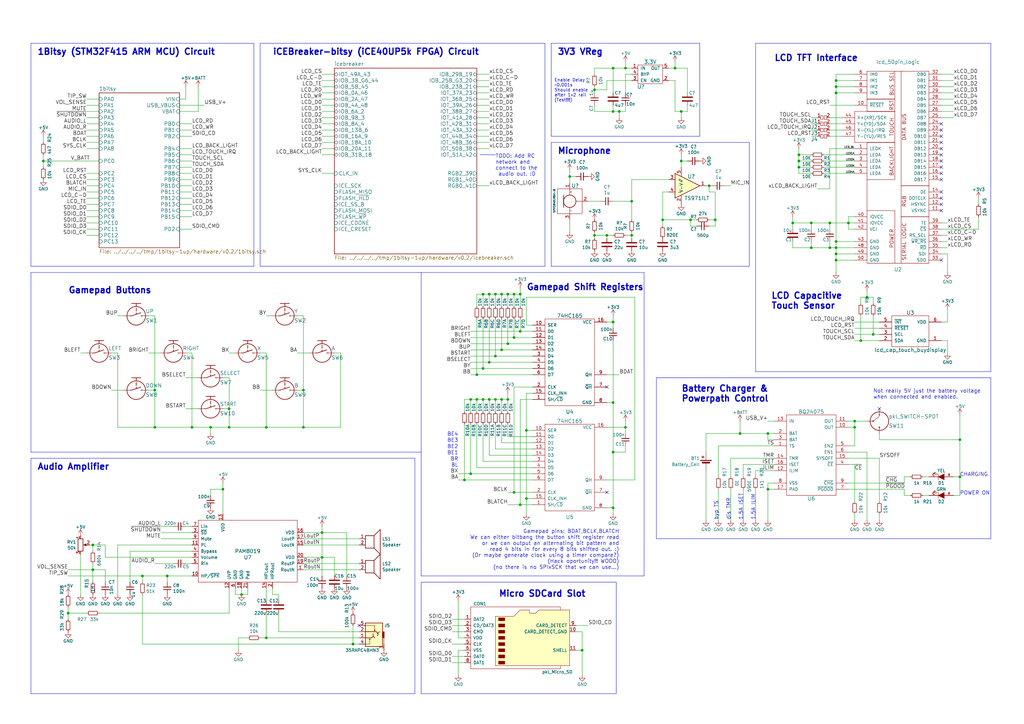
<source format=kicad_sch>
(kicad_sch (version 20230121) (generator eeschema)
  (paper "A3")
  (title_block (title "1Bitsy 1UP Retro Inspired Handheld Console") (rev "V0.1a") (company "1BitSquared") (comment 1 "(C) 2017 Piotr Esden-Tempski <piotr@esden.net>") (comment 2 "(C) 2017 1BitSquared LLC <info@1bitsquared.com>") (comment 3 "License: CC-BY-SA 4.0"))
  (junction (at 193.04 194.31))
  (junction (at 340.36 101.6))
  (junction (at 350.52 175.26))
  (junction (at 332.74 101.6))
  (junction (at 86.36 175.26))
  (junction (at 283.21 90.17))
  (junction (at 213.36 120.65))
  (junction (at 68.58 236.22))
  (junction (at 251.46 45.72))
  (junction (at 213.36 207.01))
  (junction (at 132.08 228.6))
  (junction (at 195.58 153.67))
  (junction (at 279.4 45.72))
  (junction (at 200.66 120.65))
  (junction (at 93.98 175.26))
  (junction (at 347.98 91.44))
  (junction (at 208.28 120.65))
  (junction (at 109.22 175.26))
  (junction (at 259.08 96.52))
  (junction (at 256.54 175.26))
  (junction (at 251.46 165.1))
  (junction (at 248.92 96.52))
  (junction (at 124.46 160.02))
  (junction (at 215.9 204.47))
  (junction (at 63.5 160.02))
  (junction (at 208.28 140.97))
  (junction (at 99.06 243.84))
  (junction (at 233.68 72.39))
  (junction (at 203.2 146.05))
  (junction (at 327.66 68.58))
  (junction (at 215.9 176.53))
  (junction (at 198.12 163.83))
  (junction (at 327.66 66.04))
  (junction (at 27.94 251.46))
  (junction (at 342.9 35.56))
  (junction (at 243.84 36.83))
  (junction (at 254 45.72))
  (junction (at 91.44 200.66))
  (junction (at 251.46 185.42))
  (junction (at 353.06 139.7))
  (junction (at 271.78 90.17))
  (junction (at 205.74 143.51))
  (junction (at 205.74 120.65))
  (junction (at 290.83 76.2))
  (junction (at 342.9 99.06))
  (junction (at 63.5 175.26))
  (junction (at 78.74 175.26))
  (junction (at 17.78 66.04))
  (junction (at 332.74 91.44))
  (junction (at 293.37 90.17))
  (junction (at 203.2 163.83))
  (junction (at 355.6 121.92))
  (junction (at 259.08 82.55))
  (junction (at 208.28 163.83))
  (junction (at 342.9 106.68))
  (junction (at 342.9 104.14))
  (junction (at 325.12 91.44))
  (junction (at 358.14 137.16))
  (junction (at 132.08 218.44))
  (junction (at 38.1 223.52))
  (junction (at 58.42 236.22))
  (junction (at 200.66 163.83))
  (junction (at 198.12 151.13))
  (junction (at 213.36 135.89))
  (junction (at 193.04 163.83))
  (junction (at 256.54 27.94))
  (junction (at 393.7 195.58))
  (junction (at 203.2 120.65))
  (junction (at 251.46 132.08))
  (junction (at 210.82 138.43))
  (junction (at 210.82 201.93))
  (junction (at 276.86 27.94))
  (junction (at 200.66 148.59))
  (junction (at 205.74 163.83))
  (junction (at 350.52 172.72))
  (junction (at 327.66 63.5))
  (junction (at 195.58 163.83))
  (junction (at 342.9 101.6))
  (junction (at 279.4 66.04))
  (junction (at 93.98 167.64))
  (junction (at 190.5 196.85))
  (junction (at 38.1 233.68))
  (junction (at 251.46 27.94))
  (junction (at 342.9 33.02))
  (junction (at 109.22 261.62))
  (junction (at 144.78 264.16))
  (junction (at 210.82 120.65))
  (junction (at 251.46 208.28))
  (junction (at 124.46 175.26))
  (junction (at 342.9 38.1))
  (junction (at 314.96 200.66))
  (junction (at 198.12 120.65))
  (junction (at 393.7 180.34))
  (junction (at 340.36 91.44))
  (junction (at 238.76 266.7))
  (junction (at 243.84 96.52))
  (junction (at 303.53 177.8))
  (junction (at 314.96 177.8))
  (no_connect (at 386.08 106.68))
  (no_connect (at 386.08 60.96))
  (no_connect (at 386.08 58.42))
  (no_connect (at 248.92 201.93))
  (no_connect (at 386.08 73.66))
  (no_connect (at 386.08 71.12))
  (no_connect (at 248.92 158.75))
  (no_connect (at 386.08 55.88))
  (no_connect (at 386.08 78.74))
  (no_connect (at 386.08 68.58))
  (no_connect (at 386.08 81.28))
  (no_connect (at 360.68 167.64))
  (no_connect (at 386.08 50.8))
  (no_connect (at 386.08 66.04))
  (no_connect (at 386.08 86.36))
  (no_connect (at 386.08 63.5))
  (no_connect (at 386.08 53.34))
  (no_connect (at 386.08 83.82))
  (no_connect (at 147.32 256.54))
  (wire (pts (xy 97.79 261.62) (xy 97.79 266.7)))
  (wire (pts (xy 386.08 35.56) (xy 391.16 35.56)))
  (wire (pts (xy 190.5 256.54) (xy 185.42 256.54)))
  (wire (pts (xy 256.54 27.94) (xy 256.54 25.4)))
  (wire (pts (xy 203.2 146.05) (xy 218.44 146.05)))
  (wire (pts (xy 43.18 223.52) (xy 43.18 228.6)))
  (wire (pts (xy 350.52 35.56) (xy 342.9 35.56)))
  (polyline (pts (xy 12.7 17.78) (xy 104.14 17.78)))
  (wire (pts (xy 386.08 38.1) (xy 391.16 38.1)))
  (wire (pts (xy 347.98 185.42) (xy 355.6 185.42)))
  (wire (pts (xy 137.16 43.18) (xy 132.08 43.18)))
  (wire (pts (xy 187.96 196.85) (xy 190.5 196.85)))
  (wire (pts (xy 276.86 27.94) (xy 281.94 27.94)))
  (wire (pts (xy 124.46 220.98) (xy 147.32 220.98)))
  (polyline (pts (xy 12.7 187.96) (xy 170.18 187.96)))
  (wire (pts (xy 391.16 195.58) (xy 393.7 195.58)))
  (wire (pts (xy 190.5 269.24) (xy 185.42 269.24)))
  (wire (pts (xy 198.12 130.81) (xy 198.12 151.13)))
  (wire (pts (xy 101.6 261.62) (xy 97.79 261.62)))
  (polyline (pts (xy 223.52 109.22) (xy 106.68 109.22)))
  (wire (pts (xy 193.04 163.83) (xy 195.58 163.83)))
  (wire (pts (xy 78.74 223.52) (xy 48.26 223.52)))
  (wire (pts (xy 309.88 200.66) (xy 309.88 213.36)))
  (wire (pts (xy 63.5 175.26) (xy 48.26 175.26)))
  (wire (pts (xy 350.52 175.26) (xy 350.52 182.88)))
  (wire (pts (xy 73.66 55.88) (xy 78.74 55.88)))
  (wire (pts (xy 81.28 167.64) (xy 76.2 167.64)))
  (wire (pts (xy 350.52 190.5) (xy 350.52 205.74)))
  (wire (pts (xy 73.66 71.12) (xy 78.74 71.12)))
  (polyline (pts (xy 226.06 58.42) (xy 307.34 58.42)))
  (wire (pts (xy 195.58 125.73) (xy 195.58 120.65)))
  (wire (pts (xy 303.53 177.8) (xy 314.96 177.8)))
  (wire (pts (xy 355.6 121.92) (xy 355.6 119.38)))
  (wire (pts (xy 124.46 218.44) (xy 132.08 218.44)))
  (wire (pts (xy 355.6 121.92) (xy 358.14 121.92)))
  (wire (pts (xy 350.52 68.58) (xy 337.82 68.58)))
  (wire (pts (xy 73.66 60.96) (xy 78.74 60.96)))
  (wire (pts (xy 190.5 173.99) (xy 190.5 196.85)))
  (wire (pts (xy 48.26 144.78) (xy 48.26 175.26)))
  (wire (pts (xy 203.2 120.65) (xy 205.74 120.65)))
  (wire (pts (xy 208.28 130.81) (xy 208.28 140.97)))
  (wire (pts (xy 289.56 193.04) (xy 289.56 213.36)))
  (wire (pts (xy 205.74 163.83) (xy 208.28 163.83)))
  (wire (pts (xy 137.16 48.26) (xy 132.08 48.26)))
  (wire (pts (xy 203.2 163.83) (xy 205.74 163.83)))
  (wire (pts (xy 193.04 140.97) (xy 208.28 140.97)))
  (wire (pts (xy 251.46 208.28) (xy 251.46 210.82)))
  (wire (pts (xy 243.84 36.83) (xy 248.92 36.83)))
  (wire (pts (xy 299.72 200.66) (xy 299.72 213.36)))
  (wire (pts (xy 218.44 189.23) (xy 198.12 189.23)))
  (wire (pts (xy 290.83 78.74) (xy 290.83 76.2)))
  (wire (pts (xy 137.16 58.42) (xy 132.08 58.42)))
  (wire (pts (xy 124.46 228.6) (xy 132.08 228.6)))
  (wire (pts (xy 137.16 35.56) (xy 132.08 35.56)))
  (wire (pts (xy 332.74 93.98) (xy 332.74 91.44)))
  (wire (pts (xy 386.08 96.52) (xy 388.62 96.52)))
  (wire (pts (xy 78.74 175.26) (xy 78.74 144.78)))
  (wire (pts (xy 332.74 68.58) (xy 327.66 68.58)))
  (wire (pts (xy 38.1 233.68) (xy 43.18 233.68)))
  (wire (pts (xy 290.83 90.17) (xy 293.37 90.17)))
  (wire (pts (xy 33.02 227.33) (xy 33.02 243.84)))
  (wire (pts (xy 233.68 90.17) (xy 233.68 95.25)))
  (wire (pts (xy 370.84 195.58) (xy 373.38 195.58)))
  (wire (pts (xy 243.84 30.48) (xy 243.84 27.94)))
  (wire (pts (xy 215.9 176.53) (xy 215.9 204.47)))
  (wire (pts (xy 243.84 96.52) (xy 243.84 97.79)))
  (wire (pts (xy 73.66 63.5) (xy 78.74 63.5)))
  (wire (pts (xy 78.74 220.98) (xy 66.04 220.98)))
  (wire (pts (xy 210.82 201.93) (xy 218.44 201.93)))
  (wire (pts (xy 347.98 187.96) (xy 360.68 187.96)))
  (wire (pts (xy 327.66 71.12) (xy 332.74 71.12)))
  (wire (pts (xy 213.36 207.01) (xy 218.44 207.01)))
  (wire (pts (xy 360.68 177.8) (xy 360.68 180.34)))
  (wire (pts (xy 203.2 184.15) (xy 203.2 173.99)))
  (wire (pts (xy 327.66 60.96) (xy 327.66 63.5)))
  (wire (pts (xy 347.98 172.72) (xy 350.52 172.72)))
  (wire (pts (xy 259.08 96.52) (xy 259.08 97.79)))
  (polyline (pts (xy 196.85 63.5) (xy 203.2 63.5)))
  (wire (pts (xy 200.66 168.91) (xy 200.66 163.83)))
  (wire (pts (xy 271.78 90.17) (xy 271.78 92.71)))
  (polyline (pts (xy 170.18 187.96) (xy 170.18 284.48)))
  (wire (pts (xy 342.9 33.02) (xy 342.9 35.56)))
  (wire (pts (xy 50.8 160.02) (xy 45.72 160.02)))
  (wire (pts (xy 40.64 43.18) (xy 35.56 43.18)))
  (wire (pts (xy 210.82 158.75) (xy 210.82 201.93)))
  (wire (pts (xy 40.64 81.28) (xy 35.56 81.28)))
  (wire (pts (xy 256.54 172.72) (xy 256.54 175.26)))
  (wire (pts (xy 386.08 132.08) (xy 388.62 132.08)))
  (wire (pts (xy 335.28 55.88) (xy 332.74 55.88)))
  (wire (pts (xy 347.98 93.98) (xy 350.52 93.98)))
  (wire (pts (xy 144.78 264.16) (xy 144.78 256.54)))
  (polyline (pts (xy 269.24 154.94) (xy 406.4 154.94)))
  (wire (pts (xy 260.35 196.85) (xy 260.35 121.92)))
  (wire (pts (xy 198.12 120.65) (xy 200.66 120.65)))
  (wire (pts (xy 243.84 95.25) (xy 243.84 96.52)))
  (wire (pts (xy 342.9 101.6) (xy 342.9 104.14)))
  (wire (pts (xy 345.44 55.88) (xy 340.36 55.88)))
  (wire (pts (xy 193.04 146.05) (xy 203.2 146.05)))
  (wire (pts (xy 43.18 228.6) (xy 78.74 228.6)))
  (wire (pts (xy 289.56 177.8) (xy 303.53 177.8)))
  (wire (pts (xy 38.1 223.52) (xy 36.83 223.52)))
  (wire (pts (xy 243.84 27.94) (xy 251.46 27.94)))
  (wire (pts (xy 137.16 53.34) (xy 132.08 53.34)))
  (wire (pts (xy 63.5 160.02) (xy 63.5 175.26)))
  (wire (pts (xy 63.5 129.54) (xy 63.5 160.02)))
  (wire (pts (xy 38.1 233.68) (xy 38.1 238.76)))
  (wire (pts (xy 195.58 35.56) (xy 200.66 35.56)))
  (wire (pts (xy 293.37 78.74) (xy 290.83 78.74)))
  (wire (pts (xy 137.16 144.78) (xy 139.7 144.78)))
  (wire (pts (xy 124.46 175.26) (xy 124.46 160.02)))
  (wire (pts (xy 332.74 101.6) (xy 340.36 101.6)))
  (wire (pts (xy 325.12 91.44) (xy 325.12 93.98)))
  (wire (pts (xy 195.58 168.91) (xy 195.58 163.83)))
  (wire (pts (xy 43.18 233.68) (xy 43.18 238.76)))
  (wire (pts (xy 325.12 91.44) (xy 332.74 91.44)))
  (wire (pts (xy 137.16 50.8) (xy 132.08 50.8)))
  (wire (pts (xy 309.88 193.04) (xy 309.88 195.58)))
  (wire (pts (xy 193.04 138.43) (xy 210.82 138.43)))
  (wire (pts (xy 190.5 168.91) (xy 190.5 163.83)))
  (wire (pts (xy 350.52 60.96) (xy 340.36 60.96)))
  (wire (pts (xy 251.46 165.1) (xy 251.46 185.42)))
  (wire (pts (xy 195.58 55.88) (xy 200.66 55.88)))
  (wire (pts (xy 317.5 187.96) (xy 299.72 187.96)))
  (wire (pts (xy 218.44 163.83) (xy 213.36 163.83)))
  (wire (pts (xy 114.3 251.46) (xy 114.3 259.08)))
  (wire (pts (xy 388.62 139.7) (xy 388.62 144.78)))
  (wire (pts (xy 208.28 125.73) (xy 208.28 120.65)))
  (wire (pts (xy 40.64 73.66) (xy 35.56 73.66)))
  (wire (pts (xy 195.58 76.2) (xy 200.66 76.2)))
  (wire (pts (xy 195.58 33.02) (xy 200.66 33.02)))
  (wire (pts (xy 259.08 82.55) (xy 259.08 73.66)))
  (polyline (pts (xy 170.18 284.48) (xy 12.7 284.48)))
  (wire (pts (xy 40.64 60.96) (xy 35.56 60.96)))
  (polyline (pts (xy 12.7 284.48) (xy 12.7 187.96)))
  (wire (pts (xy 40.64 71.12) (xy 35.56 71.12)))
  (polyline (pts (xy 12.7 111.76) (xy 264.16 111.76)))
  (wire (pts (xy 48.26 223.52) (xy 48.26 243.84)))
  (wire (pts (xy 401.32 93.98) (xy 401.32 88.9)))
  (polyline (pts (xy 406.4 17.78) (xy 406.4 152.4)))
  (wire (pts (xy 236.22 256.54) (xy 241.3 256.54)))
  (wire (pts (xy 236.22 266.7) (xy 238.76 266.7)))
  (wire (pts (xy 314.96 177.8) (xy 314.96 180.34)))
  (wire (pts (xy 243.84 43.18) (xy 243.84 45.72)))
  (wire (pts (xy 124.46 231.14) (xy 147.32 231.14)))
  (wire (pts (xy 203.2 125.73) (xy 203.2 120.65)))
  (wire (pts (xy 53.34 226.06) (xy 53.34 238.76)))
  (polyline (pts (xy 264.16 236.22) (xy 172.72 236.22)))
  (wire (pts (xy 279.4 66.04) (xy 281.94 66.04)))
  (wire (pts (xy 285.75 90.17) (xy 283.21 90.17)))
  (wire (pts (xy 347.98 88.9) (xy 347.98 91.44)))
  (wire (pts (xy 76.2 144.78) (xy 78.74 144.78)))
  (wire (pts (xy 347.98 91.44) (xy 347.98 93.98)))
  (wire (pts (xy 78.74 175.26) (xy 63.5 175.26)))
  (wire (pts (xy 121.92 160.02) (xy 124.46 160.02)))
  (wire (pts (xy 139.7 144.78) (xy 139.7 175.26)))
  (wire (pts (xy 198.12 125.73) (xy 198.12 120.65)))
  (wire (pts (xy 350.52 104.14) (xy 342.9 104.14)))
  (wire (pts (xy 248.92 96.52) (xy 251.46 96.52)))
  (wire (pts (xy 386.08 104.14) (xy 388.62 104.14)))
  (wire (pts (xy 243.84 96.52) (xy 248.92 96.52)))
  (wire (pts (xy 345.44 53.34) (xy 340.36 53.34)))
  (wire (pts (xy 332.74 99.06) (xy 332.74 101.6)))
  (polyline (pts (xy 287.02 55.88) (xy 226.06 55.88)))
  (wire (pts (xy 332.74 63.5) (xy 327.66 63.5)))
  (wire (pts (xy 297.18 76.2) (xy 299.72 76.2)))
  (wire (pts (xy 38.1 223.52) (xy 43.18 223.52)))
  (wire (pts (xy 340.36 50.8) (xy 345.44 50.8)))
  (wire (pts (xy 259.08 82.55) (xy 259.08 90.17)))
  (wire (pts (xy 76.2 231.14) (xy 78.74 231.14)))
  (wire (pts (xy 360.68 187.96) (xy 360.68 205.74)))
  (wire (pts (xy 218.44 191.77) (xy 195.58 191.77)))
  (wire (pts (xy 256.54 30.48) (xy 256.54 38.1)))
  (wire (pts (xy 340.36 101.6) (xy 342.9 101.6)))
  (wire (pts (xy 203.2 130.81) (xy 203.2 146.05)))
  (wire (pts (xy 236.22 259.08) (xy 238.76 259.08)))
  (wire (pts (xy 259.08 73.66) (xy 274.32 73.66)))
  (wire (pts (xy 248.92 33.02) (xy 259.08 33.02)))
  (wire (pts (xy 132.08 218.44) (xy 142.24 218.44)))
  (wire (pts (xy 350.52 137.16) (xy 358.14 137.16)))
  (wire (pts (xy 137.16 228.6) (xy 132.08 228.6)))
  (wire (pts (xy 86.36 203.2) (xy 86.36 200.66)))
  (wire (pts (xy 195.58 53.34) (xy 200.66 53.34)))
  (polyline (pts (xy 406.4 220.98) (xy 269.24 220.98)))
  (wire (pts (xy 350.52 66.04) (xy 337.82 66.04)))
  (wire (pts (xy 137.16 63.5) (xy 132.08 63.5)))
  (wire (pts (xy 218.44 158.75) (xy 210.82 158.75)))
  (wire (pts (xy 393.7 203.2) (xy 391.16 203.2)))
  (wire (pts (xy 193.04 148.59) (xy 200.66 148.59)))
  (wire (pts (xy 137.16 71.12) (xy 132.08 71.12)))
  (wire (pts (xy 73.66 76.2) (xy 78.74 76.2)))
  (wire (pts (xy 342.9 101.6) (xy 350.52 101.6)))
  (wire (pts (xy 248.92 165.1) (xy 251.46 165.1)))
  (polyline (pts (xy 172.72 185.42) (xy 12.7 185.42)))
  (wire (pts (xy 205.74 181.61) (xy 205.74 173.99)))
  (polyline (pts (xy 309.88 152.4) (xy 309.88 17.78)))
  (polyline (pts (xy 12.7 109.22) (xy 12.7 17.78)))
  (wire (pts (xy 332.74 66.04) (xy 327.66 66.04)))
  (wire (pts (xy 340.36 101.6) (xy 340.36 99.06)))
  (wire (pts (xy 342.9 106.68) (xy 342.9 111.76)))
  (wire (pts (xy 274.32 27.94) (xy 276.86 27.94)))
  (wire (pts (xy 106.68 144.78) (xy 109.22 144.78)))
  (wire (pts (xy 66.04 144.78) (xy 60.96 144.78)))
  (wire (pts (xy 254 45.72) (xy 256.54 45.72)))
  (wire (pts (xy 256.54 185.42) (xy 251.46 185.42)))
  (wire (pts (xy 73.66 43.18) (xy 83.82 43.18)))
  (wire (pts (xy 393.7 170.18) (xy 393.7 180.34)))
  (wire (pts (xy 190.5 266.7) (xy 187.96 266.7)))
  (wire (pts (xy 45.72 144.78) (xy 48.26 144.78)))
  (wire (pts (xy 256.54 175.26) (xy 256.54 177.8)))
  (wire (pts (xy 81.28 154.94) (xy 76.2 154.94)))
  (polyline (pts (xy 172.72 238.76) (xy 252.73 238.76)))
  (wire (pts (xy 17.78 63.5) (xy 17.78 66.04)))
  (wire (pts (xy 317.5 193.04) (xy 309.88 193.04)))
  (wire (pts (xy 259.08 95.25) (xy 259.08 96.52)))
  (wire (pts (xy 132.08 218.44) (xy 132.08 228.6)))
  (wire (pts (xy 40.64 96.52) (xy 35.56 96.52)))
  (wire (pts (xy 218.44 184.15) (xy 203.2 184.15)))
  (wire (pts (xy 350.52 139.7) (xy 353.06 139.7)))
  (polyline (pts (xy 309.88 17.78) (xy 406.4 17.78)))
  (wire (pts (xy 256.54 182.88) (xy 256.54 185.42)))
  (wire (pts (xy 40.64 53.34) (xy 35.56 53.34)))
  (wire (pts (xy 93.98 251.46) (xy 40.64 251.46)))
  (wire (pts (xy 190.5 271.78) (xy 185.42 271.78)))
  (wire (pts (xy 111.76 160.02) (xy 106.68 160.02)))
  (wire (pts (xy 114.3 243.84) (xy 114.3 246.38)))
  (wire (pts (xy 386.08 48.26) (xy 391.16 48.26)))
  (polyline (pts (xy 264.16 111.76) (xy 264.16 236.22)))
  (wire (pts (xy 198.12 168.91) (xy 198.12 163.83)))
  (wire (pts (xy 73.66 78.74) (xy 78.74 78.74)))
  (wire (pts (xy 195.58 58.42) (xy 200.66 58.42)))
  (wire (pts (xy 256.54 96.52) (xy 259.08 96.52)))
  (wire (pts (xy 386.08 93.98) (xy 401.32 93.98)))
  (wire (pts (xy 73.66 40.64) (xy 76.2 40.64)))
  (wire (pts (xy 248.92 153.67) (xy 254 153.67)))
  (wire (pts (xy 360.68 180.34) (xy 393.7 180.34)))
  (wire (pts (xy 205.74 120.65) (xy 208.28 120.65)))
  (wire (pts (xy 101.6 243.84) (xy 101.6 241.3)))
  (wire (pts (xy 251.46 129.54) (xy 251.46 132.08)))
  (wire (pts (xy 91.44 198.12) (xy 91.44 200.66)))
  (wire (pts (xy 293.37 90.17) (xy 293.37 92.71)))
  (wire (pts (xy 93.98 241.3) (xy 93.98 251.46)))
  (wire (pts (xy 40.64 48.26) (xy 35.56 48.26)))
  (wire (pts (xy 299.72 187.96) (xy 299.72 195.58)))
  (wire (pts (xy 335.28 53.34) (xy 332.74 53.34)))
  (wire (pts (xy 195.58 163.83) (xy 198.12 163.83)))
  (wire (pts (xy 350.52 172.72) (xy 355.6 172.72)))
  (wire (pts (xy 38.1 231.14) (xy 38.1 233.68)))
  (wire (pts (xy 327.66 66.04) (xy 327.66 68.58)))
  (wire (pts (xy 370.84 200.66) (xy 370.84 203.2)))
  (wire (pts (xy 350.52 106.68) (xy 342.9 106.68)))
  (wire (pts (xy 304.8 190.5) (xy 304.8 195.58)))
  (wire (pts (xy 208.28 161.29) (xy 208.28 163.83)))
  (wire (pts (xy 99.06 243.84) (xy 101.6 243.84)))
  (wire (pts (xy 78.74 218.44) (xy 66.04 218.44)))
  (wire (pts (xy 86.36 200.66) (xy 91.44 200.66)))
  (wire (pts (xy 205.74 168.91) (xy 205.74 163.83)))
  (wire (pts (xy 124.46 223.52) (xy 147.32 223.52)))
  (wire (pts (xy 40.64 50.8) (xy 35.56 50.8)))
  (wire (pts (xy 58.42 236.22) (xy 68.58 236.22)))
  (wire (pts (xy 195.58 45.72) (xy 200.66 45.72)))
  (wire (pts (xy 251.46 185.42) (xy 251.46 208.28)))
  (wire (pts (xy 86.36 175.26) (xy 86.36 177.8)))
  (wire (pts (xy 73.66 83.82) (xy 78.74 83.82)))
  (wire (pts (xy 40.64 40.64) (xy 35.56 40.64)))
  (wire (pts (xy 350.52 71.12) (xy 337.82 71.12)))
  (wire (pts (xy 193.04 194.31) (xy 218.44 194.31)))
  (wire (pts (xy 388.62 104.14) (xy 388.62 111.76)))
  (wire (pts (xy 109.22 241.3) (xy 109.22 246.38)))
  (wire (pts (xy 335.28 48.26) (xy 332.74 48.26)))
  (wire (pts (xy 350.52 88.9) (xy 347.98 88.9)))
  (wire (pts (xy 325.12 101.6) (xy 332.74 101.6)))
  (wire (pts (xy 233.68 72.39) (xy 233.68 74.93)))
  (wire (pts (xy 271.78 78.74) (xy 271.78 90.17)))
  (wire (pts (xy 40.64 91.44) (xy 35.56 91.44)))
  (wire (pts (xy 353.06 124.46) (xy 353.06 121.92)))
  (wire (pts (xy 58.42 264.16) (xy 58.42 243.84)))
  (wire (pts (xy 350.52 99.06) (xy 342.9 99.06)))
  (wire (pts (xy 276.86 27.94) (xy 276.86 25.4)))
  (wire (pts (xy 248.92 132.08) (xy 251.46 132.08)))
  (wire (pts (xy 276.86 45.72) (xy 279.4 45.72)))
  (wire (pts (xy 91.44 200.66) (xy 91.44 210.82)))
  (wire (pts (xy 218.44 204.47) (xy 215.9 204.47)))
  (wire (pts (xy 73.66 66.04) (xy 78.74 66.04)))
  (wire (pts (xy 193.04 151.13) (xy 198.12 151.13)))
  (wire (pts (xy 200.66 130.81) (xy 200.66 148.59)))
  (wire (pts (xy 127 144.78) (xy 121.92 144.78)))
  (wire (pts (xy 248.92 208.28) (xy 251.46 208.28)))
  (wire (pts (xy 340.36 91.44) (xy 340.36 93.98)))
  (polyline (pts (xy 106.68 109.22) (xy 106.68 17.78)))
  (wire (pts (xy 193.04 173.99) (xy 193.04 194.31)))
  (polyline (pts (xy 172.72 284.48) (xy 172.72 238.76)))
  (wire (pts (xy 195.58 50.8) (xy 200.66 50.8)))
  (wire (pts (xy 137.16 33.02) (xy 132.08 33.02)))
  (wire (pts (xy 317.5 190.5) (xy 304.8 190.5)))
  (wire (pts (xy 93.98 167.64) (xy 93.98 154.94)))
  (wire (pts (xy 86.36 175.26) (xy 78.74 175.26)))
  (wire (pts (xy 109.22 175.26) (xy 93.98 175.26)))
  (wire (pts (xy 111.76 129.54) (xy 109.22 129.54)))
  (wire (pts (xy 342.9 104.14) (xy 342.9 106.68)))
  (wire (pts (xy 251.46 43.18) (xy 251.46 45.72)))
  (polyline (pts (xy 104.14 109.22) (xy 12.7 109.22)))
  (wire (pts (xy 205.74 125.73) (xy 205.74 120.65)))
  (wire (pts (xy 340.36 60.96) (xy 340.36 77.47)))
  (wire (pts (xy 248.92 196.85) (xy 260.35 196.85)))
  (wire (pts (xy 386.08 45.72) (xy 391.16 45.72)))
  (polyline (pts (xy 226.06 109.22) (xy 226.06 58.42)))
  (wire (pts (xy 190.5 196.85) (xy 218.44 196.85)))
  (wire (pts (xy 93.98 175.26) (xy 93.98 167.64)))
  (wire (pts (xy 124.46 175.26) (xy 109.22 175.26)))
  (wire (pts (xy 317.5 200.66) (xy 314.96 200.66)))
  (wire (pts (xy 78.74 226.06) (xy 53.34 226.06)))
  (wire (pts (xy 327.66 63.5) (xy 327.66 66.04)))
  (wire (pts (xy 142.24 218.44) (xy 142.24 236.22)))
  (wire (pts (xy 279.4 45.72) (xy 281.94 45.72)))
  (wire (pts (xy 378.46 195.58) (xy 381 195.58)))
  (wire (pts (xy 124.46 233.68) (xy 147.32 233.68)))
  (wire (pts (xy 193.04 143.51) (xy 205.74 143.51)))
  (wire (pts (xy 76.2 215.9) (xy 78.74 215.9)))
  (wire (pts (xy 195.58 38.1) (xy 200.66 38.1)))
  (wire (pts (xy 73.66 73.66) (xy 78.74 73.66)))
  (wire (pts (xy 73.66 53.34) (xy 78.74 53.34)))
  (wire (pts (xy 195.58 30.48) (xy 200.66 30.48)))
  (wire (pts (xy 111.76 241.3) (xy 111.76 243.84)))
  (wire (pts (xy 317.5 180.34) (xy 314.96 180.34)))
  (wire (pts (xy 233.68 69.85) (xy 233.68 72.39)))
  (wire (pts (xy 370.84 198.12) (xy 370.84 195.58)))
  (wire (pts (xy 279.4 63.5) (xy 279.4 66.04)))
  (wire (pts (xy 303.53 177.8) (xy 303.53 172.72)))
  (wire (pts (xy 218.44 161.29) (xy 215.9 161.29)))
  (wire (pts (xy 35.56 144.78) (xy 33.02 144.78)))
  (wire (pts (xy 73.66 68.58) (xy 78.74 68.58)))
  (wire (pts (xy 40.64 86.36) (xy 35.56 86.36)))
  (wire (pts (xy 198.12 151.13) (xy 218.44 151.13)))
  (wire (pts (xy 238.76 266.7) (xy 238.76 276.86)))
  (wire (pts (xy 386.08 139.7) (xy 388.62 139.7)))
  (wire (pts (xy 353.06 139.7) (xy 360.68 139.7)))
  (polyline (pts (xy 307.34 109.22) (xy 226.06 109.22)))
  (wire (pts (xy 208.28 201.93) (xy 210.82 201.93)))
  (polyline (pts (xy 223.52 17.78) (xy 223.52 109.22)))
  (wire (pts (xy 38.1 223.52) (xy 38.1 226.06)))
  (wire (pts (xy 386.08 33.02) (xy 391.16 33.02)))
  (wire (pts (xy 215.9 133.35) (xy 218.44 133.35)))
  (wire (pts (xy 195.58 120.65) (xy 198.12 120.65)))
  (wire (pts (xy 208.28 163.83) (xy 208.28 168.91)))
  (wire (pts (xy 254 45.72) (xy 254 48.26)))
  (wire (pts (xy 124.46 129.54) (xy 121.92 129.54)))
  (wire (pts (xy 347.98 91.44) (xy 350.52 91.44)))
  (wire (pts (xy 99.06 241.3) (xy 99.06 243.84)))
  (wire (pts (xy 317.5 198.12) (xy 314.96 198.12)))
  (wire (pts (xy 215.9 121.92) (xy 215.9 133.35)))
  (wire (pts (xy 293.37 92.71) (xy 290.83 92.71)))
  (wire (pts (xy 208.28 179.07) (xy 208.28 173.99)))
  (wire (pts (xy 213.36 135.89) (xy 218.44 135.89)))
  (wire (pts (xy 187.96 266.7) (xy 187.96 276.86)))
  (wire (pts (xy 27.94 248.92) (xy 27.94 251.46)))
  (wire (pts (xy 314.96 177.8) (xy 317.5 177.8)))
  (wire (pts (xy 73.66 88.9) (xy 78.74 88.9)))
  (wire (pts (xy 187.96 194.31) (xy 193.04 194.31)))
  (wire (pts (xy 289.56 177.8) (xy 289.56 185.42)))
  (wire (pts (xy 213.36 135.89) (xy 213.36 130.81)))
  (wire (pts (xy 76.2 40.64) (xy 76.2 35.56)))
  (wire (pts (xy 360.68 132.08) (xy 350.52 132.08)))
  (wire (pts (xy 314.96 198.12) (xy 314.96 200.66)))
  (wire (pts (xy 132.08 215.9) (xy 132.08 218.44)))
  (wire (pts (xy 304.8 200.66) (xy 304.8 213.36)))
  (wire (pts (xy 256.54 27.94) (xy 259.08 27.94)))
  (wire (pts (xy 200.66 120.65) (xy 203.2 120.65)))
  (wire (pts (xy 279.4 45.72) (xy 279.4 48.26)))
  (wire (pts (xy 210.82 125.73) (xy 210.82 120.65)))
  (wire (pts (xy 293.37 78.74) (xy 293.37 90.17)))
  (wire (pts (xy 294.64 182.88) (xy 294.64 195.58)))
  (wire (pts (xy 73.66 93.98) (xy 78.74 93.98)))
  (wire (pts (xy 248.92 175.26) (xy 256.54 175.26)))
  (wire (pts (xy 401.32 83.82) (xy 401.32 81.28)))
  (wire (pts (xy 248.92 96.52) (xy 248.92 97.79)))
  (wire (pts (xy 137.16 40.64) (xy 132.08 40.64)))
  (wire (pts (xy 347.98 198.12) (xy 370.84 198.12)))
  (wire (pts (xy 215.9 161.29) (xy 215.9 176.53)))
  (wire (pts (xy 340.36 48.26) (xy 345.44 48.26)))
  (wire (pts (xy 342.9 30.48) (xy 342.9 33.02)))
  (wire (pts (xy 195.58 40.64) (xy 200.66 40.64)))
  (polyline (pts (xy 172.72 236.22) (xy 172.72 111.76)))
  (wire (pts (xy 60.96 160.02) (xy 63.5 160.02)))
  (wire (pts (xy 332.74 91.44) (xy 340.36 91.44)))
  (wire (pts (xy 256.54 45.72) (xy 256.54 43.18)))
  (wire (pts (xy 274.32 78.74) (xy 271.78 78.74)))
  (wire (pts (xy 205.74 181.61) (xy 218.44 181.61)))
  (wire (pts (xy 99.06 243.84) (xy 96.52 243.84)))
  (wire (pts (xy 248.92 36.83) (xy 248.92 33.02)))
  (wire (pts (xy 111.76 243.84) (xy 114.3 243.84)))
  (wire (pts (xy 40.64 55.88) (xy 35.56 55.88)))
  (wire (pts (xy 317.5 182.88) (xy 294.64 182.88)))
  (wire (pts (xy 241.3 82.55) (xy 246.38 82.55)))
  (wire (pts (xy 218.44 176.53) (xy 215.9 176.53)))
  (wire (pts (xy 205.74 130.81) (xy 205.74 143.51)))
  (wire (pts (xy 259.08 30.48) (xy 256.54 30.48)))
  (wire (pts (xy 40.64 88.9) (xy 35.56 88.9)))
  (wire (pts (xy 147.32 264.16) (xy 144.78 264.16)))
  (wire (pts (xy 355.6 185.42) (xy 355.6 213.36)))
  (wire (pts (xy 73.66 81.28) (xy 78.74 81.28)))
  (wire (pts (xy 190.5 163.83) (xy 193.04 163.83)))
  (wire (pts (xy 81.28 45.72) (xy 81.28 35.56)))
  (wire (pts (xy 335.28 50.8) (xy 332.74 50.8)))
  (wire (pts (xy 190.5 264.16) (xy 185.42 264.16)))
  (wire (pts (xy 27.94 251.46) (xy 27.94 254)))
  (wire (pts (xy 279.4 66.04) (xy 279.4 68.58)))
  (wire (pts (xy 260.35 121.92) (xy 215.9 121.92)))
  (wire (pts (xy 290.83 76.2) (xy 292.1 76.2)))
  (wire (pts (xy 210.82 138.43) (xy 218.44 138.43)))
  (wire (pts (xy 35.56 251.46) (xy 27.94 251.46)))
  (wire (pts (xy 109.22 261.62) (xy 147.32 261.62)))
  (wire (pts (xy 386.08 40.64) (xy 391.16 40.64)))
  (wire (pts (xy 350.52 63.5) (xy 337.82 63.5)))
  (polyline (pts (xy 12.7 185.42) (xy 12.7 111.76)))
  (wire (pts (xy 58.42 238.76) (xy 58.42 236.22)))
  (wire (pts (xy 208.28 179.07) (xy 218.44 179.07)))
  (wire (pts (xy 40.64 58.42) (xy 35.56 58.42)))
  (wire (pts (xy 137.16 236.22) (xy 137.16 228.6)))
  (wire (pts (xy 283.21 90.17) (xy 283.21 92.71)))
  (wire (pts (xy 243.84 36.83) (xy 243.84 38.1)))
  (wire (pts (xy 91.44 167.64) (xy 93.98 167.64)))
  (wire (pts (xy 251.46 82.55) (xy 259.08 82.55)))
  (polyline (pts (xy 226.06 17.78) (xy 287.02 17.78)))
  (wire (pts (xy 370.84 203.2) (xy 373.38 203.2)))
  (wire (pts (xy 190.5 254) (xy 185.42 254)))
  (polyline (pts (xy 307.34 58.42) (xy 307.34 109.22)))
  (wire (pts (xy 210.82 120.65) (xy 213.36 120.65)))
  (wire (pts (xy 393.7 195.58) (xy 393.7 203.2)))
  (wire (pts (xy 208.28 207.01) (xy 213.36 207.01)))
  (wire (pts (xy 109.22 175.26) (xy 109.22 144.78)))
  (wire (pts (xy 215.9 204.47) (xy 215.9 210.82)))
  (wire (pts (xy 218.44 186.69) (xy 200.66 186.69)))
  (wire (pts (xy 210.82 130.81) (xy 210.82 138.43)))
  (wire (pts (xy 274.32 33.02) (xy 276.86 33.02)))
  (wire (pts (xy 193.04 153.67) (xy 195.58 153.67)))
  (wire (pts (xy 271.78 90.17) (xy 283.21 90.17)))
  (wire (pts (xy 78.74 236.22) (xy 68.58 236.22)))
  (wire (pts (xy 233.68 72.39) (xy 236.22 72.39)))
  (wire (pts (xy 350.52 172.72) (xy 350.52 175.26)))
  (wire (pts (xy 195.58 43.18) (xy 200.66 43.18)))
  (wire (pts (xy 386.08 43.18) (xy 391.16 43.18)))
  (wire (pts (xy 71.12 215.9) (xy 66.04 215.9)))
  (wire (pts (xy 243.84 45.72) (xy 251.46 45.72)))
  (wire (pts (xy 17.78 66.04) (xy 40.64 66.04)))
  (wire (pts (xy 137.16 55.88) (xy 132.08 55.88)))
  (wire (pts (xy 195.58 153.67) (xy 218.44 153.67)))
  (wire (pts (xy 386.08 30.48) (xy 391.16 30.48)))
  (wire (pts (xy 109.22 261.62) (xy 106.68 261.62)))
  (wire (pts (xy 353.06 129.54) (xy 353.06 139.7)))
  (polyline (pts (xy 406.4 152.4) (xy 309.88 152.4)))
  (wire (pts (xy 213.36 163.83) (xy 213.36 207.01)))
  (wire (pts (xy 314.96 200.66) (xy 314.96 213.36)))
  (wire (pts (xy 213.36 120.65) (xy 213.36 125.73)))
  (wire (pts (xy 96.52 144.78) (xy 93.98 144.78)))
  (wire (pts (xy 342.9 35.56) (xy 342.9 38.1)))
  (wire (pts (xy 50.8 129.54) (xy 48.26 129.54)))
  (wire (pts (xy 350.52 43.18) (xy 340.36 43.18)))
  (wire (pts (xy 38.1 233.68) (xy 27.94 233.68)))
  (wire (pts (xy 40.64 78.74) (xy 35.56 78.74)))
  (wire (pts (xy 251.46 45.72) (xy 254 45.72)))
  (wire (pts (xy 190.5 261.62) (xy 187.96 261.62)))
  (wire (pts (xy 350.52 30.48) (xy 342.9 30.48)))
  (wire (pts (xy 325.12 88.9) (xy 325.12 91.44)))
  (wire (pts (xy 58.42 236.22) (xy 27.94 236.22)))
  (wire (pts (xy 386.08 101.6) (xy 388.62 101.6)))
  (wire (pts (xy 195.58 48.26) (xy 200.66 48.26)))
  (polyline (pts (xy 287.02 17.78) (xy 287.02 55.88)))
  (wire (pts (xy 251.46 132.08) (xy 251.46 134.62)))
  (wire (pts (xy 347.98 190.5) (xy 350.52 190.5)))
  (wire (pts (xy 73.66 50.8) (xy 78.74 50.8)))
  (wire (pts (xy 137.16 38.1) (xy 132.08 38.1)))
  (wire (pts (xy 294.64 200.66) (xy 294.64 213.36)))
  (wire (pts (xy 195.58 130.81) (xy 195.58 153.67)))
  (wire (pts (xy 386.08 99.06) (xy 388.62 99.06)))
  (wire (pts (xy 283.21 92.71) (xy 285.75 92.71)))
  (wire (pts (xy 342.9 99.06) (xy 342.9 101.6)))
  (wire (pts (xy 350.52 33.02) (xy 342.9 33.02)))
  (wire (pts (xy 114.3 259.08) (xy 147.32 259.08)))
  (wire (pts (xy 251.46 27.94) (xy 251.46 38.1)))
  (wire (pts (xy 243.84 35.56) (xy 243.84 36.83)))
  (wire (pts (xy 238.76 259.08) (xy 238.76 266.7)))
  (wire (pts (xy 347.98 200.66) (xy 370.84 200.66)))
  (polyline (pts (xy 269.24 220.98) (xy 269.24 154.94)))
  (wire (pts (xy 40.64 83.82) (xy 35.56 83.82)))
  (wire (pts (xy 200.66 163.83) (xy 203.2 163.83)))
  (wire (pts (xy 386.08 91.44) (xy 388.62 91.44)))
  (wire (pts (xy 58.42 264.16) (xy 144.78 264.16)))
  (polyline (pts (xy 106.68 17.78) (xy 223.52 17.78)))
  (wire (pts (xy 139.7 175.26) (xy 124.46 175.26)))
  (wire (pts (xy 251.46 139.7) (xy 251.46 165.1)))
  (wire (pts (xy 190.5 259.08) (xy 185.42 259.08)))
  (wire (pts (xy 60.96 129.54) (xy 63.5 129.54)))
  (wire (pts (xy 378.46 203.2) (xy 381 203.2)))
  (wire (pts (xy 200.66 148.59) (xy 218.44 148.59)))
  (wire (pts (xy 342.9 38.1) (xy 342.9 99.06)))
  (wire (pts (xy 40.64 45.72) (xy 35.56 45.72)))
  (wire (pts (xy 353.06 121.92) (xy 355.6 121.92)))
  (wire (pts (xy 360.68 134.62) (xy 350.52 134.62)))
  (wire (pts (xy 73.66 86.36) (xy 78.74 86.36)))
  (wire (pts (xy 350.52 182.88) (xy 347.98 182.88)))
  (wire (pts (xy 124.46 160.02) (xy 124.46 129.54)))
  (wire (pts (xy 68.58 236.22) (xy 68.58 238.76)))
  (wire (pts (xy 187.96 261.62) (xy 187.96 246.38)))
  (wire (pts (xy 335.28 77.47) (xy 340.36 77.47)))
  (polyline (pts (xy 104.14 17.78) (xy 104.14 109.22)))
  (wire (pts (xy 137.16 45.72) (xy 132.08 45.72)))
  (wire (pts (xy 327.66 68.58) (xy 327.66 71.12)))
  (wire (pts (xy 17.78 66.04) (xy 17.78 68.58)))
  (wire (pts (xy 281.94 27.94) (xy 281.94 38.1)))
  (wire (pts (xy 198.12 189.23) (xy 198.12 173.99)))
  (wire (pts (xy 193.04 168.91) (xy 193.04 163.83)))
  (wire (pts (xy 200.66 125.73) (xy 200.66 120.65)))
  (polyline (pts (xy 226.06 55.88) (xy 226.06 17.78)))
  (wire (pts (xy 251.46 27.94) (xy 256.54 27.94)))
  (wire (pts (xy 203.2 168.91) (xy 203.2 163.83)))
  (wire (pts (xy 208.28 120.65) (xy 210.82 120.65)))
  (wire (pts (xy 340.36 91.44) (xy 347.98 91.44)))
  (wire (pts (xy 208.28 140.97) (xy 218.44 140.97)))
  (wire (pts (xy 358.14 129.54) (xy 358.14 137.16)))
  (wire (pts (xy 137.16 60.96) (xy 132.08 60.96)))
  (wire (pts (xy 200.66 186.69) (xy 200.66 173.99)))
  (wire (pts (xy 358.14 137.16) (xy 360.68 137.16)))
  (wire (pts (xy 132.08 228.6) (xy 132.08 236.22)))
  (wire (pts (xy 137.16 30.48) (xy 132.08 30.48)))
  (wire (pts (xy 358.14 121.92) (xy 358.14 124.46)))
  (wire (pts (xy 350.52 38.1) (xy 342.9 38.1)))
  (wire (pts (xy 325.12 99.06) (xy 325.12 101.6)))
  (polyline (pts (xy 252.73 284.48) (xy 172.72 284.48)))
  (wire (pts (xy 40.64 93.98) (xy 35.56 93.98)))
  (wire (pts (xy 193.04 135.89) (xy 213.36 135.89)))
  (wire (pts (xy 91.44 154.94) (xy 93.98 154.94)))
  (wire (pts (xy 195.58 191.77) (xy 195.58 173.99)))
  (wire (pts (xy 40.64 76.2) (xy 35.56 76.2)))
  (wire (pts (xy 393.7 180.34) (xy 393.7 195.58)))
  (wire (pts (xy 205.74 143.51) (xy 218.44 143.51)))
  (wire (pts (xy 17.78 55.88) (xy 17.78 58.42)))
  (wire (pts (xy 317.5 172.72) (xy 314.96 172.72)))
  (wire (pts (xy 276.86 33.02) (xy 276.86 45.72)))
  (polyline (pts (xy 252.73 238.76) (xy 252.73 284.48)))
  (wire (pts (xy 347.98 175.26) (xy 350.52 175.26)))
  (wire (pts (xy 213.36 118.11) (xy 213.36 120.65)))
  (wire (pts (xy 198.12 163.83) (xy 200.66 163.83)))
  (wire (pts (xy 350.52 210.82) (xy 350.52 213.36)))
  (wire (pts (xy 109.22 251.46) (xy 109.22 261.62)))
  (wire (pts (xy 360.68 210.82) (xy 360.68 213.36)))
  (wire (pts (xy 71.12 231.14) (xy 63.5 231.14)))
  (wire (pts (xy 73.66 45.72) (xy 81.28 45.72)))
  (polyline (pts (xy 406.4 154.94) (xy 406.4 220.98)))
  (wire (pts (xy 388.62 132.08) (xy 388.62 127)))
  (wire (pts (xy 289.56 76.2) (xy 290.83 76.2)))
  (wire (pts (xy 93.98 175.26) (xy 86.36 175.26)))
  (wire (pts (xy 195.58 60.96) (xy 200.66 60.96)))
  (wire (pts (xy 96.52 243.84) (xy 96.52 241.3)))
  (wire (pts (xy 281.94 45.72) (xy 281.94 43.18)))
  (text "BE3" (at 187.96 181.61 0) (effects (font (size 1.524 1.524)) (justify right bottom)))
  (text "Enable Delay\n~0.001s\nShould enable\nafter 1v2 rail\n(Test!!!)" (at 227.33 41.91 0) (effects (font (size 1.27 1.27)) (justify left bottom)))
  (text "Micro SDCard Slot" (at 204.47 245.11 0) (effects (font (size 2.54 2.54) (thickness 0.508) bold) (justify left bottom)))
  (text "BE4" (at 187.96 179.07 0) (effects (font (size 1.524 1.524)) (justify right bottom)))
  (text "Audio Amplifier" (at 15.24 193.04 0) (effects (font (size 2.54 2.54) (thickness 0.508) bold) (justify left bottom)))
  (text "BL" (at 187.96 191.77 0) (effects (font (size 1.524 1.524)) (justify right bottom)))
  (text "1Bitsy (STM32F415 ARM MCU) Circuit" (at 15.24 22.86 0) (effects (font (size 2.54 2.54) (thickness 0.508) bold) (justify left bottom)))
  (text "BE2" (at 187.96 184.15 0) (effects (font (size 1.524 1.524)) (justify right bottom)))
  (text "Microphone" (at 228.6 63.5 0) (effects (font (size 2.54 2.54) (thickness 0.508) bold) (justify left bottom)))
  (text "byp TS" (at 294.64 213.36 90) (effects (font (size 1.524 1.524)) (justify left bottom)))
  (text "LCD TFT Interface" (at 317.5 25.4 0) (effects (font (size 2.54 2.54) (thickness 0.508) bold) (justify left bottom)))
  (text "LCD Capacitive\nTouch Sensor" (at 316.23 127 0) (effects (font (size 2.54 2.54) (thickness 0.508) bold) (justify left bottom)))
  (text "TODO: Add RC\nnetwork and\nconnect to the\n audio out. :D" (at 203.2 72.39 0) (effects (font (size 1.524 1.524)) (justify left bottom)))
  (text "Gamepad Shift Registers" (at 215.9 119.38 0) (effects (font (size 2.54 2.54) (thickness 0.508) bold) (justify left bottom)))
  (text "3V3 VReg" (at 228.6 22.86 0) (effects (font (size 2.54 2.54) (thickness 0.508) bold) (justify left bottom)))
  (text "Gamepad Buttons" (at 27.94 120.65 0) (effects (font (size 2.54 2.54) (thickness 0.508) bold) (justify left bottom)))
  (text "BR" (at 187.96 189.23 0) (effects (font (size 1.524 1.524)) (justify right bottom)))
  (text "Gamepad pins: BDAT,BCLK,BLATCH\nWe can either bitbang the button shift register read\nor we can output an alternating bit pattern and\nread 4 bits in for every 8 bits shifted out. :)\n(Or maybe generate clock using a timer compare?)\n(Hack oportunity!! WOOO)\n(no there is no SPIxSCK that we can use...)" (at 254 233.68 0) (effects (font (size 1.524 1.524)) (justify right bottom)))
  (text "CHARGING" (at 393.7 195.58 0) (effects (font (size 1.524 1.524)) (justify left bottom)))
  (text "1.5A ILIM" (at 309.88 213.36 90) (effects (font (size 1.524 1.524)) (justify left bottom)))
  (text "1.5A ISET" (at 304.8 213.36 90) (effects (font (size 1.524 1.524)) (justify left bottom)))
  (text "BE1" (at 187.96 186.69 0) (effects (font (size 1.524 1.524)) (justify right bottom)))
  (text "dis TMR" (at 299.72 213.36 90) (effects (font (size 1.524 1.524)) (justify left bottom)))
  (text "iCEBreaker-bitsy (iCE40UP5k FPGA) Circuit" (at 111.76 22.86 0) (effects (font (size 2.54 2.54) (thickness 0.508) bold) (justify left bottom)))
  (text "Battery Charger &\nPowerpath Control" (at 279.4 165.1 0) (effects (font (size 2.54 2.54) (thickness 0.508) bold) (justify left bottom)))
  (text "Not really 5V just the battery voltage\nwhen connected and enabled." (at 358.14 163.83 0) (effects (font (size 1.524 1.524)) (justify left bottom)))
  (text "POWER ON" (at 393.7 203.2 0) (effects (font (size 1.524 1.524)) (justify left bottom)))
  (label "BRIGHT" (at 60.96 144.78 180) (effects (font (size 1.524 1.524))))
  (label "SDIO_D2" (at 185.42 254 180) (effects (font (size 1.524 1.524))))
  (label "BY" (at 193.04 151.13 180) (effects (font (size 1.524 1.524))))
  (label "TOUCH_SDA" (at 350.52 139.7 180) (effects (font (size 1.524 1.524))))
  (label "xLCD_D7" (at 391.16 48.26 0) (effects (font (size 1.524 1.524))))
  (label "LED4A" (at 350.52 71.12 180) (effects (font (size 0.762 0.762))))
  (label "TIP_SW" (at 35.56 40.64 180) (effects (font (size 1.524 1.524))))
  (label "LCD_D6" (at 78.74 86.36 0) (effects (font (size 1.524 1.524))))
  (label "LCD_TE" (at 132.08 35.56 180) (effects (font (size 1.524 1.524))))
  (label "LCD_D0" (at 78.74 71.12 0) (effects (font (size 1.524 1.524))))
  (label "MUTE" (at 35.56 45.72 180) (effects (font (size 1.524 1.524))))
  (label "LCD_RST" (at 340.36 43.18 180) (effects (font (size 1.524 1.524))))
  (label "~{CHG}" (at 363.22 198.12 0) (effects (font (size 1.524 1.524))))
  (label "SDIO_D2" (at 35.56 91.44 180) (effects (font (size 1.524 1.524))))
  (label "AUDIO_R" (at 35.56 53.34 180) (effects (font (size 1.524 1.524))))
  (label "LCD_D6" (at 132.08 58.42 180) (effects (font (size 1.524 1.524))))
  (label "BLATCH" (at 208.28 207.01 180) (effects (font (size 1.524 1.524))))
  (label "xLCD_D6" (at 391.16 45.72 0) (effects (font (size 1.524 1.524))))
  (label "VOL_SENSE" (at 35.56 43.18 180) (effects (font (size 1.524 1.524))))
  (label "BRIGHT" (at 193.04 135.89 180) (effects (font (size 1.524 1.524))))
  (label "SDIO_D0" (at 35.56 86.36 180) (effects (font (size 1.524 1.524))))
  (label "BCLK" (at 208.28 201.93 180) (effects (font (size 1.524 1.524))))
  (label "LCD_BL" (at 350.52 60.96 180) (effects (font (size 0.762 0.762))))
  (label "BDOWN" (at 193.04 140.97 180) (effects (font (size 1.524 1.524))))
  (label "VOL_SENSE" (at 27.94 233.68 180) (effects (font (size 1.524 1.524))))
  (label "xLCD_WR" (at 388.62 99.06 0) (effects (font (size 1.524 1.524))))
  (label "BUP" (at 193.04 143.51 180) (effects (font (size 1.524 1.524))))
  (label "BSTART" (at 76.2 167.64 180) (effects (font (size 1.524 1.524))))
  (label "LCD_TOUCH_IRQ" (at 78.74 63.5 0) (effects (font (size 1.524 1.524))))
  (label "AUDIO_L" (at 35.56 50.8 180) (effects (font (size 1.524 1.524))))
  (label "SDIO_D1" (at 35.56 88.9 180) (effects (font (size 1.524 1.524))))
  (label "LCD_CS" (at 132.08 30.48 180) (effects (font (size 1.524 1.524))))
  (label "BX" (at 93.98 144.78 180) (effects (font (size 1.524 1.524))))
  (label "BDOWN" (at 45.72 160.02 180) (effects (font (size 1.524 1.524))))
  (label "xLCD_BACK_LIGHT" (at 200.66 76.2 0) (effects (font (size 1.524 1.524))))
  (label "MUTE" (at 66.04 220.98 180) (effects (font (size 1.524 1.524))))
  (label "MIC_IN" (at 35.56 78.74 180) (effects (font (size 1.524 1.524))))
  (label "LED3A" (at 350.52 68.58 180) (effects (font (size 0.762 0.762))))
  (label "TOUCH_SCL" (at 78.74 66.04 0) (effects (font (size 1.524 1.524))))
  (label "USB_V+" (at 314.96 172.72 180) (effects (font (size 1.524 1.524))))
  (label "xLCD_TE" (at 388.62 91.44 0) (effects (font (size 1.524 1.524))))
  (label "AUDIO_R" (at 63.5 231.14 180) (effects (font (size 1.524 1.524))))
  (label "SDIO_D0" (at 185.42 269.24 180) (effects (font (size 1.524 1.524))))
  (label "LCD_D4" (at 132.08 53.34 180) (effects (font (size 1.524 1.524))))
  (label "BDAT" (at 254 153.67 0) (effects (font (size 1.524 1.524))))
  (label "BLEFT" (at 33.02 144.78 180) (effects (font (size 1.524 1.524))))
  (label "BUP" (at 48.26 129.54 180) (effects (font (size 1.524 1.524))))
  (label "SDIO_CD" (at 241.3 256.54 0) (effects (font (size 1.524 1.524))))
  (label "LED1A" (at 350.52 63.5 180) (effects (font (size 0.762 0.762))))
  (label "LCD_D5" (at 132.08 55.88 180) (effects (font (size 1.524 1.524))))
  (label "LCD_WR" (at 78.74 53.34 0) (effects (font (size 1.524 1.524))))
  (label "~{SHUTDOWN}" (at 35.56 48.26 180) (effects (font (size 1.524 1.524))))
  (label "LoutN" (at 124.46 223.52 0) (effects (font (size 1.524 1.524))))
  (label "LCD_D3" (at 78.74 78.74 0) (effects (font (size 1.524 1.524))))
  (label "V_BATT" (at 36.83 66.04 180) (effects (font (size 1.524 1.524))))
  (label "LCD_D1" (at 78.74 73.66 0) (effects (font (size 1.524 1.524))))
  (label "xLCD_D3" (at 391.16 38.1 0) (effects (font (size 1.524 1.524))))
  (label "BSELECT" (at 193.04 148.59 180) (effects (font (size 1.524 1.524))))
  (label "~{PGOOD}" (at 363.22 200.66 0) (effects (font (size 1.524 1.524))))
  (label "BSTART" (at 193.04 146.05 180) (effects (font (size 1.524 1.524))))
  (label "RoutN" (at 124.46 233.68 0) (effects (font (size 1.524 1.524))))
  (label "LCD_C-D" (at 35.56 81.28 180) (effects (font (size 1.524 1.524))))
  (label "TOUCH_SDA" (at 78.74 68.58 0) (effects (font (size 1.524 1.524))))
  (label "TMR" (at 317.5 187.96 180) (effects (font (size 1.524 1.524))))
  (label "LCD_BACK_LIGHT" (at 78.74 60.96 0) (effects (font (size 1.524 1.524))))
  (label "BCLK" (at 35.56 58.42 180) (effects (font (size 1.524 1.524))))
  (label "LCD_RST" (at 332.74 55.88 180) (effects (font (size 1.524 1.524))))
  (label "LED2A" (at 350.52 66.04 180) (effects (font (size 0.762 0.762))))
  (label "SYS_CLK" (at 132.08 71.12 180) (effects (font (size 1.524 1.524))))
  (label "LoutP" (at 124.46 220.98 0) (effects (font (size 1.524 1.524))))
  (label "xLCD_D7" (at 200.66 60.96 0) (effects (font (size 1.524 1.524))))
  (label "~{SHUTDOWN}" (at 66.04 218.44 180) (effects (font (size 1.524 1.524))))
  (label "SDIO_CMD" (at 185.42 259.08 180) (effects (font (size 1.524 1.524))))
  (label "xLCD_D6" (at 200.66 58.42 0) (effects (font (size 1.524 1.524))))
  (label "LCD_WR" (at 132.08 40.64 180) (effects (font (size 1.524 1.524))))
  (label "BA" (at 121.92 144.78 180) (effects (font (size 1.524 1.524))))
  (label "SDIO_CK" (at 185.42 264.16 180) (effects (font (size 1.524 1.524))))
  (label "xLCD_CS" (at 388.62 93.98 0) (effects (font (size 1.524 1.524))))
  (label "xLCD_RD" (at 388.62 101.6 0) (effects (font (size 1.524 1.524))))
  (label "SDIO_CD" (at 78.74 55.88 0) (effects (font (size 1.524 1.524))))
  (label "LCD_CS" (at 35.56 73.66 180) (effects (font (size 1.524 1.524))))
  (label "AUDIO_L" (at 66.04 215.9 180) (effects (font (size 1.524 1.524))))
  (label "USB_V+" (at 83.82 43.18 0) (effects (font (size 1.524 1.524))))
  (label "LCD_RST" (at 350.52 134.62 180) (effects (font (size 1.524 1.524))))
  (label "TIP_SW" (at 27.94 236.22 180) (effects (font (size 1.524 1.524))))
  (label "SDIO_CK" (at 35.56 96.52 180) (effects (font (size 1.524 1.524))))
  (label "SDIO_CMD" (at 78.74 93.98 0) (effects (font (size 1.524 1.524))))
  (label "ILIM" (at 317.5 193.04 180) (effects (font (size 1.524 1.524))))
  (label "SYSOFF" (at 360.68 187.96 0) (effects (font (size 1.524 1.524))))
  (label "BY" (at 109.22 129.54 180) (effects (font (size 1.524 1.524))))
  (label "ISET" (at 317.5 190.5 180) (effects (font (size 1.524 1.524))))
  (label "LCD_RD" (at 132.08 38.1 180) (effects (font (size 1.524 1.524))))
  (label "xLCD_D0" (at 200.66 43.18 0) (effects (font (size 1.524 1.524))))
  (label "BA" (at 187.96 196.85 180) (effects (font (size 1.524 1.524))))
  (label "xLCD_D4" (at 391.16 40.64 0) (effects (font (size 1.524 1.524))))
  (label "BLATCH" (at 35.56 76.2 180) (effects (font (size 1.524 1.524))))
  (label "SYS_CLK" (at 35.56 60.96 180) (effects (font (size 1.524 1.524))))
  (label "LCD_TOUCH_IRQ" (at 332.74 53.34 180) (effects (font (size 1.524 1.524))))
  (label "xLCD_D2" (at 391.16 35.56 0) (effects (font (size 1.524 1.524))))
  (label "xLCD_D1" (at 391.16 33.02 0) (effects (font (size 1.524 1.524))))
  (label "LCD_D5" (at 78.74 83.82 0) (effects (font (size 1.524 1.524))))
  (label "LCD_BACK_LIGHT" (at 132.08 63.5 180) (effects (font (size 1.524 1.524))))
  (label "LCD_C-D" (at 132.08 33.02 180) (effects (font (size 1.524 1.524))))
  (label "~{CE}" (at 350.52 193.04 0) (effects (font (size 1.524 1.524))))
  (label "BB" (at 106.68 160.02 180) (effects (font (size 1.524 1.524))))
  (label "LCD_TE" (at 35.56 83.82 180) (effects (font (size 1.524 1.524))))
  (label "MIC_IN" (at 299.72 76.2 0) (effects (font (size 1.524 1.524))))
  (label "LCD_D3" (at 132.08 50.8 180) (effects (font (size 1.524 1.524))))
  (label "xLCD_D5" (at 391.16 43.18 0) (effects (font (size 1.524 1.524))))
  (label "BLEFT" (at 193.04 138.43 180) (effects (font (size 1.524 1.524))))
  (label "SDIO_D3" (at 185.42 256.54 180) (effects (font (size 1.524 1.524))))
  (label "LCD_D4" (at 78.74 81.28 0) (effects (font (size 1.524 1.524))))
  (label "LCD_RST" (at 35.56 71.12 180) (effects (font (size 1.524 1.524))))
  (label "xLCD_C-D" (at 200.66 33.02 0) (effects (font (size 1.524 1.524))))
  (label "xLCD_D1" (at 200.66 45.72 0) (effects (font (size 1.524 1.524))))
  (label "xLCD_D3" (at 200.66 50.8 0) (effects (font (size 1.524 1.524))))
  (label "xLCD_C-D" (at 388.62 96.52 0) (effects (font (size 1.524 1.524))))
  (label "xLCD_RD" (at 200.66 38.1 0) (effects (font (size 1.524 1.524))))
  (label "LCD_TOUCH_IRQ" (at 350.52 132.08 180) (effects (font (size 1.524 1.524))))
  (label "BSELECT" (at 76.2 154.94 180) (effects (font (size 1.524 1.524))))
  (label "LCD_RD" (at 78.74 50.8 0) (effects (font (size 1.524 1.524))))
  (label "BDAT" (at 35.56 55.88 180) (effects (font (size 1.524 1.524))))
  (label "LCD_D7" (at 132.08 60.96 180) (effects (font (size 1.524 1.524))))
  (label "BB" (at 193.04 153.67 180) (effects (font (size 1.524 1.524))))
  (label "RoutP" (at 124.46 231.14 0) (effects (font (size 1.524 1.524))))
  (label "LCD_D2" (at 132.08 48.26 180) (effects (font (size 1.524 1.524))))
  (label "xLCD_TE" (at 200.66 35.56 0) (effects (font (size 1.524 1.524))))
  (label "SDIO_D3" (at 35.56 93.98 180) (effects (font (size 1.524 1.524))))
  (label "LCD_D1" (at 132.08 45.72 180) (effects (font (size 1.524 1.524))))
  (label "TOUCH_SCL" (at 332.74 48.26 180) (effects (font (size 1.524 1.524))))
  (label "xLCD_WR" (at 200.66 40.64 0) (effects (font (size 1.524 1.524))))
  (label "xLCD_D5" (at 200.66 55.88 0) (effects (font (size 1.524 1.524))))
  (label "xLCD_D2" (at 200.66 48.26 0) (effects (font (size 1.524 1.524))))
  (label "xLCD_D0" (at 391.16 30.48 0) (effects (font (size 1.524 1.524))))
  (label "TOUCH_SCL" (at 350.52 137.16 180) (effects (font (size 1.524 1.524))))
  (label "SDIO_D1" (at 185.42 271.78 180) (effects (font (size 1.524 1.524))))
  (label "TS" (at 317.5 182.88 180) (effects (font (size 1.524 1.524))))
  (label "xLCD_CS" (at 200.66 30.48 0) (effects (font (size 1.524 1.524))))
  (label "LCD_D0" (at 132.08 43.18 180) (effects (font (size 1.524 1.524))))
  (label "xLCD_D4" (at 200.66 53.34 0) (effects (font (size 1.524 1.524))))
  (label "LCD_D7" (at 78.74 88.9 0) (effects (font (size 1.524 1.524))))
  (label "TOUCH_SDA" (at 332.74 50.8 180) (effects (font (size 1.524 1.524))))
  (label "BX" (at 187.96 194.31 180) (effects (font (size 1.524 1.524))))
  (label "xLCD_BACK_LIGHT" (at 335.28 77.47 180) (effects (font (size 1.524 1.524))))
  (label "LCD_D2" (at 78.74 76.2 0) (effects (font (size 1.524 1.524))))
  (symbol (lib_id "1bitsy-1up-rescue:LCD_CAP_TOUCH-pkl_misc") (at 373.38 134.62 0) (unit 1)
    (property "Reference" "U3" (at 373.38 128.27 0) (effects (font (size 1.524 1.524))))
    (property "Value" "lcd_cap_touch_buydisplay" (at 373.38 143.51 0) (effects (font (size 1.524 1.524))))
    (property "Footprint" "pkl_connectors:ER-CON06HB" (effects hide))
    (property "Key" "conn-ffc-smd-05mm-6-bc-slide" (effects hide))
    (property "Source" "ANY" (effects hide))
  )
  (symbol (lib_id "power:GND") (at 388.62 144.78 0) (unit 1)
    (property "Reference" "#PWR06" (effects hide))
    (property "Value" "GND" (at 388.62 148.59 0))
  )
  (symbol (lib_id "power:+3V3") (at 388.62 127 0) (unit 1)
    (property "Reference" "#PWR07" (effects hide))
    (property "Value" "+3V3" (at 388.62 123.444 0))
  )
  (symbol (lib_id "1bitsy-1up-rescue:pkl_R_Small-pkl_device") (at 358.14 127 0) (unit 1)
    (property "Reference" "R9" (at 360.68 124.46 90) (effects (justify left)))
    (property "Value" "10k" (at 360.68 125.73 90) (effects (justify right)))
    (property "Footprint" "pkl_dipol:R_0402" (effects hide))
    (property "Key" "res-0402-10k" (effects hide))
    (property "Package ID" "0402" (effects hide))
    (property "Source" "ANY" (effects hide))
  )
  (symbol (lib_id "1bitsy-1up-rescue:pkl_R_Small-pkl_device") (at 353.06 127 0) (unit 1)
    (property "Reference" "R8" (at 355.6 124.46 90) (effects (justify left)))
    (property "Value" "10k" (at 355.6 125.73 90) (effects (justify right)))
    (property "Footprint" "pkl_dipol:R_0402" (effects hide))
    (property "Key" "res-0402-10k" (effects hide))
    (property "Package ID" "0402" (effects hide))
    (property "Source" "ANY" (effects hide))
  )
  (symbol (lib_id "1bitsy-1up-rescue:pkl_R_Small-pkl_device") (at 335.28 63.5 270) (unit 1)
    (property "Reference" "R1" (at 337.82 64.77 90) (effects (justify left)))
    (property "Value" "10E" (at 332.74 64.77 90) (effects (justify right)))
    (property "Footprint" "pkl_dipol:R_0603" (effects hide))
    (property "Key" "res-0603-10" (effects hide))
    (property "Package ID" "0402" (effects hide))
    (property "Source" "ANY" (effects hide))
  )
  (symbol (lib_id "1bitsy-1up-rescue:pkl_R_Small-pkl_device") (at 335.28 66.04 270) (unit 1)
    (property "Reference" "R2" (at 337.82 67.31 90) (effects (justify left)))
    (property "Value" "10E" (at 332.74 67.31 90) (effects (justify right)))
    (property "Footprint" "pkl_dipol:R_0603" (effects hide))
    (property "Key" "res-0603-10" (effects hide))
    (property "Package ID" "0402" (effects hide))
    (property "Source" "ANY" (effects hide))
  )
  (symbol (lib_id "1bitsy-1up-rescue:pkl_R_Small-pkl_device") (at 335.28 68.58 270) (unit 1)
    (property "Reference" "R3" (at 337.82 69.85 90) (effects (justify left)))
    (property "Value" "10E" (at 332.74 69.85 90) (effects (justify right)))
    (property "Footprint" "pkl_dipol:R_0603" (effects hide))
    (property "Key" "res-0603-10" (effects hide))
    (property "Package ID" "0402" (effects hide))
    (property "Source" "ANY" (effects hide))
  )
  (symbol (lib_id "1bitsy-1up-rescue:pkl_R_Small-pkl_device") (at 335.28 71.12 270) (unit 1)
    (property "Reference" "R4" (at 337.82 72.39 90) (effects (justify left)))
    (property "Value" "10E" (at 332.74 72.39 90) (effects (justify right)))
    (property "Footprint" "pkl_dipol:R_0603" (effects hide))
    (property "Key" "res-0603-10" (effects hide))
    (property "Package ID" "0402" (effects hide))
    (property "Source" "ANY" (effects hide))
  )
  (symbol (lib_id "power:+3V3") (at 327.66 60.96 0) (unit 1)
    (property "Reference" "#PWR05" (effects hide))
    (property "Value" "+3V3" (at 327.66 57.404 0))
  )
  (symbol (lib_id "power:+3V3") (at 355.6 119.38 0) (unit 1)
    (property "Reference" "#PWR08" (effects hide))
    (property "Value" "+3V3" (at 355.6 115.824 0))
  )
  (symbol (lib_id "1bitsy-1up-rescue:pkl_C_Small-pkl_device") (at 73.66 215.9 90) (unit 1)
    (property "Reference" "C4" (at 77.47 214.63 90) (effects (justify left)))
    (property "Value" "220n" (at 67.31 214.63 90) (effects (justify right)))
    (property "Footprint" "pkl_dipol:C_0402" (effects hide))
    (property "Key" "cap-cer-0402-1u" (effects hide))
    (property "Source" "ANY" (effects hide))
  )
  (symbol (lib_id "1bitsy-1up-rescue:pkl_C_Small-pkl_device") (at 73.66 231.14 90) (unit 1)
    (property "Reference" "C5" (at 76.2 232.41 90))
    (property "Value" "220n" (at 69.85 232.41 90))
    (property "Footprint" "pkl_dipol:C_0402" (effects hide))
    (property "Key" "cap-cer-0402-1u" (effects hide))
    (property "Source" "ANY" (effects hide))
  )
  (symbol (lib_id "1bitsy-1up-rescue:pkl_Micro_SD-pkl_conn") (at 213.36 261.62 0) (unit 1)
    (property "Reference" "CON1" (at 196.85 247.65 0))
    (property "Value" "pkl_Micro_SD" (at 228.6 275.59 0))
    (property "Footprint" "pkl_misc:SCHA4B0419" (effects hide))
    (property "Description" "conn-micro-sd-smd-push-push" (effects hide))
    (property "Source" "ANY" (effects hide))
  )
  (symbol (lib_id "power:GND") (at 187.96 276.86 0) (unit 1)
    (property "Reference" "#PWR010" (effects hide))
    (property "Value" "GND" (at 187.96 280.67 0))
  )
  (symbol (lib_id "power:GND") (at 238.76 276.86 0) (unit 1)
    (property "Reference" "#PWR011" (effects hide))
    (property "Value" "GND" (at 238.76 280.67 0))
  )
  (symbol (lib_id "power:+3V3") (at 187.96 246.38 0) (unit 1)
    (property "Reference" "#PWR012" (effects hide))
    (property "Value" "+3V3" (at 187.96 242.824 0))
  )
  (symbol (lib_id "1bitsy-1up-rescue:TACT-pkl_misc") (at 55.88 129.54 0) (unit 1)
    (property "Reference" "SW1" (at 59.69 131.445 0) (effects (font (size 1.524 1.524)) (justify left)))
    (property "Value" "UP" (at 59.69 127.635 0) (effects (font (size 1.524 1.524)) (justify left)))
    (property "Footprint" "pkl_buttons_switches:Tact_Switch_Top_TH_7.8MM_Snap" (effects hide))
    (property "Key" "sw-tact-top-th-silicone" (effects hide))
    (property "Source" "ANY" (effects hide))
  )
  (symbol (lib_id "1bitsy-1up-rescue:TACT-pkl_misc") (at 40.64 144.78 0) (unit 1)
    (property "Reference" "SW3" (at 44.45 146.685 0) (effects (font (size 1.524 1.524)) (justify left)))
    (property "Value" "LEFT" (at 44.45 142.875 0) (effects (font (size 1.524 1.524)) (justify left)))
    (property "Footprint" "pkl_buttons_switches:Tact_Switch_Top_TH_7.8MM_Snap" (effects hide))
    (property "Key" "sw-tact-top-th-silicone" (effects hide))
    (property "Source" "ANY" (effects hide))
  )
  (symbol (lib_id "1bitsy-1up-rescue:TACT-pkl_misc") (at 71.12 144.78 0) (unit 1)
    (property "Reference" "SW4" (at 74.93 146.685 0) (effects (font (size 1.524 1.524)) (justify left)))
    (property "Value" "RIGHT" (at 74.93 142.875 0) (effects (font (size 1.524 1.524)) (justify left)))
    (property "Footprint" "pkl_buttons_switches:Tact_Switch_Top_TH_7.8MM_Snap" (effects hide))
    (property "Key" "sw-tact-top-th-silicone" (effects hide))
    (property "Source" "ANY" (effects hide))
  )
  (symbol (lib_id "1bitsy-1up-rescue:TACT-pkl_misc") (at 55.88 160.02 0) (unit 1)
    (property "Reference" "SW8" (at 59.69 161.925 0) (effects (font (size 1.524 1.524)) (justify left)))
    (property "Value" "DOWN" (at 59.69 158.115 0) (effects (font (size 1.524 1.524)) (justify left)))
    (property "Footprint" "pkl_buttons_switches:Tact_Switch_Top_TH_7.8MM_Snap" (effects hide))
    (property "Key" "sw-tact-top-th-silicone" (effects hide))
    (property "Source" "ANY" (effects hide))
  )
  (symbol (lib_id "1bitsy-1up-rescue:TACT-pkl_misc") (at 116.84 129.54 0) (unit 1)
    (property "Reference" "SW2" (at 120.65 131.445 0) (effects (font (size 1.524 1.524)) (justify left)))
    (property "Value" "Y" (at 120.65 127.635 0) (effects (font (size 1.524 1.524)) (justify left)))
    (property "Footprint" "pkl_buttons_switches:Tact_Switch_Top_TH_7.8MM_Snap" (effects hide))
    (property "Key" "sw-tact-top-th-silicone" (effects hide))
    (property "Source" "ANY" (effects hide))
  )
  (symbol (lib_id "1bitsy-1up-rescue:TACT-pkl_misc") (at 101.6 144.78 0) (unit 1)
    (property "Reference" "SW5" (at 105.41 146.685 0) (effects (font (size 1.524 1.524)) (justify left)))
    (property "Value" "X" (at 105.41 142.875 0) (effects (font (size 1.524 1.524)) (justify left)))
    (property "Footprint" "pkl_buttons_switches:Tact_Switch_Top_TH_7.8MM_Snap" (effects hide))
    (property "Key" "sw-tact-top-th-silicone" (effects hide))
    (property "Source" "ANY" (effects hide))
  )
  (symbol (lib_id "1bitsy-1up-rescue:TACT-pkl_misc") (at 132.08 144.78 0) (unit 1)
    (property "Reference" "SW6" (at 135.89 146.685 0) (effects (font (size 1.524 1.524)) (justify left)))
    (property "Value" "A" (at 135.89 142.875 0) (effects (font (size 1.524 1.524)) (justify left)))
    (property "Footprint" "pkl_buttons_switches:Tact_Switch_Top_TH_7.8MM_Snap" (effects hide))
    (property "Key" "sw-tact-top-th-silicone" (effects hide))
    (property "Source" "ANY" (effects hide))
  )
  (symbol (lib_id "1bitsy-1up-rescue:TACT-pkl_misc") (at 116.84 160.02 0) (unit 1)
    (property "Reference" "SW9" (at 120.65 161.925 0) (effects (font (size 1.524 1.524)) (justify left)))
    (property "Value" "B" (at 120.65 158.115 0) (effects (font (size 1.524 1.524)) (justify left)))
    (property "Footprint" "pkl_buttons_switches:Tact_Switch_Top_TH_7.8MM_Snap" (effects hide))
    (property "Key" "sw-tact-top-th-silicone" (effects hide))
    (property "Source" "ANY" (effects hide))
  )
  (symbol (lib_id "1bitsy-1up-rescue:TACT-pkl_misc") (at 86.36 154.94 0) (unit 1)
    (property "Reference" "SW7" (at 90.17 156.845 0) (effects (font (size 1.524 1.524)) (justify left)))
    (property "Value" "SELECT" (at 90.17 153.035 0) (effects (font (size 1.524 1.524)) (justify left)))
    (property "Footprint" "pkl_buttons_switches:Tact_Switch_Top_TH_7.8MM_Snap" (effects hide))
    (property "Key" "sw-tact-top-th-silicone" (effects hide))
    (property "Source" "ANY" (effects hide))
  )
  (symbol (lib_id "1bitsy-1up-rescue:TACT-pkl_misc") (at 86.36 167.64 0) (unit 1)
    (property "Reference" "SW10" (at 90.17 169.545 0) (effects (font (size 1.524 1.524)) (justify left)))
    (property "Value" "START" (at 90.17 165.735 0) (effects (font (size 1.524 1.524)) (justify left)))
    (property "Footprint" "pkl_buttons_switches:Tact_Switch_Top_TH_7.8MM_Snap" (effects hide))
    (property "Key" "sw-tact-top-th-silicone" (effects hide))
    (property "Source" "ANY" (effects hide))
  )
  (symbol (lib_id "power:GND") (at 86.36 177.8 0) (unit 1)
    (property "Reference" "#PWR013" (effects hide))
    (property "Value" "GND" (at 86.36 181.61 0))
  )
  (symbol (lib_id "1bitsy-1up-rescue:pkl_R_Small-pkl_device") (at 401.32 86.36 0) (unit 1)
    (property "Reference" "R5" (at 403.86 83.82 90) (effects (justify left)))
    (property "Value" "10k" (at 403.86 85.09 90) (effects (justify right)))
    (property "Footprint" "pkl_dipol:R_0402" (effects hide))
    (property "Key" "res-0402-10k" (effects hide))
    (property "Package ID" "0402" (effects hide))
    (property "Source" "ANY" (effects hide))
  )
  (symbol (lib_id "power:+3V3") (at 401.32 81.28 0) (unit 1)
    (property "Reference" "#PWR014" (effects hide))
    (property "Value" "+3V3" (at 401.32 77.724 0))
  )
  (symbol (lib_id "1bitsy-1up-rescue:pkl_C_Small-pkl_device") (at 340.36 96.52 180) (unit 1)
    (property "Reference" "C3" (at 340.106 98.298 0) (effects (justify left)))
    (property "Value" "100n" (at 340.106 94.488 0) (effects (justify left)))
    (property "Footprint" "pkl_dipol:C_0402" (effects hide))
    (property "Key" "cap-cer-0402-100n" (effects hide))
    (property "Source" "ANY" (effects hide))
  )
  (symbol (lib_id "1bitsy-1up-rescue:pkl_C_Small-pkl_device") (at 332.74 96.52 180) (unit 1)
    (property "Reference" "C2" (at 332.486 98.298 0) (effects (justify left)))
    (property "Value" "100n" (at 332.486 94.488 0) (effects (justify left)))
    (property "Footprint" "pkl_dipol:C_0402" (effects hide))
    (property "Key" "cap-cer-0402-100n" (effects hide))
    (property "Source" "ANY" (effects hide))
  )
  (symbol (lib_id "1bitsy-1up-rescue:pkl_C-pkl_device") (at 325.12 96.52 180) (unit 1)
    (property "Reference" "C1" (at 324.866 98.298 0) (effects (justify left)))
    (property "Value" "10u" (at 324.866 94.488 0) (effects (justify left)))
    (property "Footprint" "pkl_dipol:C_0805" (effects hide))
    (property "Key" "cap-cer-0805-10u" (effects hide))
    (property "Source" "ANY" (effects hide))
  )
  (symbol (lib_id "power:GND") (at 342.9 111.76 0) (unit 1)
    (property "Reference" "#PWR015" (effects hide))
    (property "Value" "GND" (at 342.9 115.57 0))
  )
  (symbol (lib_id "1bitsy-1up-rescue:lcd_50pin_logic-pkl_misc") (at 368.3 68.58 0) (unit 1)
    (property "Reference" "U2" (at 368.3 110.49 0) (effects (font (size 1.524 1.524))))
    (property "Value" "lcd_50pin_logic" (at 368.3 25.4 0) (effects (font (size 1.524 1.524))))
    (property "Footprint" "pkl_connectors:ER-CON50HT" (effects hide))
    (property "Key" "conn-ffc-smd-05mm-50-tc-slide" (effects hide))
    (property "Source" "ANY" (effects hide))
  )
  (symbol (lib_id "1bitsy-1up-rescue:pkl_jumper-pkl_misc") (at 337.82 48.26 0) (unit 1)
    (property "Reference" "J1" (at 334.01 49.53 0) (effects (font (size 1.524 1.524))))
    (property "Value" "pkl_jumper" (effects hide))
    (property "Footprint" "pkl_jumpers:J_0402" (effects hide))
    (property "Source" "ANY" (effects hide))
    (property "DNP" "DNP" (effects hide))
  )
  (symbol (lib_id "1bitsy-1up-rescue:pkl_jumper-pkl_misc") (at 337.82 50.8 0) (unit 1)
    (property "Reference" "J2" (at 334.01 52.07 0) (effects (font (size 1.524 1.524))))
    (property "Value" "pkl_jumper" (effects hide))
    (property "Footprint" "pkl_jumpers:J_0402" (effects hide))
    (property "Source" "ANY" (effects hide))
    (property "DNP" "DNP" (effects hide))
  )
  (symbol (lib_id "1bitsy-1up-rescue:pkl_jumper-pkl_misc") (at 337.82 53.34 0) (unit 1)
    (property "Reference" "J3" (at 334.01 54.61 0) (effects (font (size 1.524 1.524))))
    (property "Value" "pkl_jumper" (effects hide))
    (property "Footprint" "pkl_jumpers:J_0402" (effects hide))
    (property "Source" "ANY" (effects hide))
    (property "DNP" "DNP" (effects hide))
  )
  (symbol (lib_id "1bitsy-1up-rescue:pkl_jumper-pkl_misc") (at 337.82 55.88 0) (unit 1)
    (property "Reference" "J4" (at 334.01 57.15 0) (effects (font (size 1.524 1.524))))
    (property "Value" "pkl_jumper" (effects hide))
    (property "Footprint" "pkl_jumpers:J_0402" (effects hide))
    (property "Source" "ANY" (effects hide))
    (property "DNP" "DNP" (effects hide))
  )
  (symbol (lib_id "power:GND") (at 388.62 111.76 0) (unit 1)
    (property "Reference" "#PWR016" (effects hide))
    (property "Value" "GND" (at 388.62 115.57 0))
  )
  (symbol (lib_id "power:+5V") (at 76.2 35.56 0) (unit 1)
    (property "Reference" "#PWR019" (effects hide))
    (property "Value" "+5V" (at 76.2 32.004 0))
  )
  (symbol (lib_id "1bitsy-1up-rescue:pkl_C_Small-pkl_device") (at 53.34 241.3 0) (unit 1)
    (property "Reference" "C6" (at 53.975 238.76 0) (effects (justify left)))
    (property "Value" "1u" (at 54.61 242.57 90) (effects (justify right)))
    (property "Footprint" "pkl_dipol:C_0402" (effects hide))
    (property "Key" "cap-cer-0402-1u" (effects hide))
    (property "Source" "ANY" (effects hide))
  )
  (symbol (lib_id "1bitsy-1up-rescue:BQ24075-pkl_misc") (at 332.74 187.96 0) (unit 1)
    (property "Reference" "U6" (at 332.74 204.47 0) (effects (font (size 1.524 1.524))))
    (property "Value" "BQ24075" (at 332.74 168.91 0) (effects (font (size 1.524 1.524))))
    (property "Footprint" "pkl_housings_dfn_qfn:QFN-16-1EP_3x3mm_Pitch0.5mm" (effects hide))
    (property "Key" "ic-bq24075" (effects hide))
    (property "Source" "ANY" (effects hide))
  )
  (symbol (lib_id "1bitsy-1up-rescue:pkl_LED-pkl_device") (at 386.08 203.2 180) (unit 1)
    (property "Reference" "D2" (at 386.08 205.74 0))
    (property "Value" "GRN" (at 386.08 200.66 0))
    (property "Footprint" "pkl_dipol:D_0603" (effects hide))
    (property "Key" "led-0603-grn" (effects hide))
    (property "Source" "ANY" (effects hide))
  )
  (symbol (lib_id "1bitsy-1up-rescue:pkl_LED-pkl_device") (at 386.08 195.58 180) (unit 1)
    (property "Reference" "D1" (at 386.08 198.12 0))
    (property "Value" "YEL" (at 386.08 193.04 0))
    (property "Footprint" "pkl_dipol:D_0603" (effects hide))
    (property "Key" "led-0603-yel" (effects hide))
    (property "Source" "ANY" (effects hide))
  )
  (symbol (lib_id "1bitsy-1up-rescue:pkl_R_Small-pkl_device") (at 375.92 203.2 270) (unit 1)
    (property "Reference" "R21" (at 378.46 205.74 90) (effects (justify left)))
    (property "Value" "1k" (at 377.19 205.74 90) (effects (justify right)))
    (property "Footprint" "pkl_dipol:R_0402" (effects hide))
    (property "Key" "res-0402-10k" (effects hide))
    (property "Package ID" "0402" (effects hide))
    (property "Source" "ANY" (effects hide))
  )
  (symbol (lib_id "1bitsy-1up-rescue:pkl_R_Small-pkl_device") (at 375.92 195.58 270) (unit 1)
    (property "Reference" "R16" (at 378.46 198.12 90) (effects (justify left)))
    (property "Value" "1k" (at 377.19 198.12 90) (effects (justify right)))
    (property "Footprint" "pkl_dipol:R_0402" (effects hide))
    (property "Key" "res-0402-10k" (effects hide))
    (property "Package ID" "0402" (effects hide))
    (property "Source" "ANY" (effects hide))
  )
  (symbol (lib_id "1bitsy-1up-rescue:pkl_R_Small-pkl_device") (at 350.52 208.28 0) (unit 1)
    (property "Reference" "R22" (at 353.06 205.74 90) (effects (justify left)))
    (property "Value" "10k" (at 353.06 207.01 90) (effects (justify right)))
    (property "Footprint" "pkl_dipol:R_0402" (effects hide))
    (property "Key" "res-0402-10k" (effects hide))
    (property "Package ID" "0402" (effects hide))
    (property "Source" "ANY" (effects hide))
  )
  (symbol (lib_id "power:GND") (at 350.52 213.36 0) (unit 1)
    (property "Reference" "#PWR028" (effects hide))
    (property "Value" "GND" (at 350.52 217.17 0))
  )
  (symbol (lib_id "power:GND") (at 314.96 213.36 0) (unit 1)
    (property "Reference" "#PWR029" (effects hide))
    (property "Value" "GND" (at 314.96 217.17 0))
  )
  (symbol (lib_id "1bitsy-1up-rescue:pkl_R_Small-pkl_device") (at 309.88 198.12 0) (unit 1)
    (property "Reference" "R20" (at 312.42 195.58 90) (effects (justify left)))
    (property "Value" "1k1" (at 312.42 196.85 90) (effects (justify right)))
    (property "Footprint" "pkl_dipol:R_0402" (effects hide))
    (property "Key" "res-0402-1k1" (effects hide))
    (property "Package ID" "0402" (effects hide))
    (property "Source" "ANY" (effects hide))
  )
  (symbol (lib_id "power:GND") (at 309.88 213.36 0) (unit 1)
    (property "Reference" "#PWR030" (effects hide))
    (property "Value" "GND" (at 309.88 217.17 0))
  )
  (symbol (lib_id "1bitsy-1up-rescue:pkl_R_Small-pkl_device") (at 304.8 198.12 0) (unit 1)
    (property "Reference" "R19" (at 307.34 195.58 90) (effects (justify left)))
    (property "Value" "590E" (at 307.34 196.85 90) (effects (justify right)))
    (property "Footprint" "pkl_dipol:R_0402" (effects hide))
    (property "Key" "res-0402-590" (effects hide))
    (property "Package ID" "0402" (effects hide))
    (property "Source" "ANY" (effects hide))
  )
  (symbol (lib_id "power:GND") (at 304.8 213.36 0) (unit 1)
    (property "Reference" "#PWR031" (effects hide))
    (property "Value" "GND" (at 304.8 217.17 0))
  )
  (symbol (lib_id "1bitsy-1up-rescue:pkl_R_Small-pkl_device") (at 299.72 198.12 0) (unit 1)
    (property "Reference" "R18" (at 302.26 195.58 90) (effects (justify left)))
    (property "Value" "0E" (at 302.26 196.85 90) (effects (justify right)))
    (property "Footprint" "pkl_dipol:R_0402" (effects hide))
    (property "Key" "res-0402-0" (effects hide))
    (property "Package ID" "0402" (effects hide))
    (property "Source" "ANY" (effects hide))
  )
  (symbol (lib_id "power:GND") (at 299.72 213.36 0) (unit 1)
    (property "Reference" "#PWR032" (effects hide))
    (property "Value" "GND" (at 299.72 217.17 0))
  )
  (symbol (lib_id "1bitsy-1up-rescue:pkl_R_Small-pkl_device") (at 294.64 198.12 0) (unit 1)
    (property "Reference" "R17" (at 297.18 195.58 90) (effects (justify left)))
    (property "Value" "10k" (at 297.18 196.85 90) (effects (justify right)))
    (property "Footprint" "pkl_dipol:R_0402" (effects hide))
    (property "Key" "res-0402-10k" (effects hide))
    (property "Package ID" "0402" (effects hide))
    (property "Source" "ANY" (effects hide))
  )
  (symbol (lib_id "power:GND") (at 294.64 213.36 0) (unit 1)
    (property "Reference" "#PWR033" (effects hide))
    (property "Value" "GND" (at 294.64 217.17 0))
  )
  (symbol (lib_id "power:GND") (at 355.6 213.36 0) (unit 1)
    (property "Reference" "#PWR034" (effects hide))
    (property "Value" "GND" (at 355.6 217.17 0))
  )
  (symbol (lib_id "1bitsy-1up-rescue:pkl_SWITCH-SPDT-pkl_misc") (at 360.68 172.72 0) (unit 1)
    (property "Reference" "SW11" (at 364.49 174.625 0) (effects (font (size 1.524 1.524)) (justify left)))
    (property "Value" "pkl_SWITCH-SPDT" (at 364.49 170.815 0) (effects (font (size 1.524 1.524)) (justify left)))
    (property "Footprint" "pkl_buttons_switches:SW_SPDT_PCM12" (effects hide))
    (property "Key" "switch-slide-smd-spdt" (effects hide))
    (property "Source" "ANY" (effects hide))
  )
  (symbol (lib_id "power:GND") (at 360.68 213.36 0) (unit 1)
    (property "Reference" "#PWR035" (effects hide))
    (property "Value" "GND" (at 360.68 217.17 0))
  )
  (symbol (lib_id "1bitsy-1up-rescue:pkl_R_Small-pkl_device") (at 360.68 208.28 0) (unit 1)
    (property "Reference" "R12" (at 363.22 205.74 90) (effects (justify left)))
    (property "Value" "10k" (at 363.22 207.01 90) (effects (justify right)))
    (property "Footprint" "pkl_dipol:R_0402" (effects hide))
    (property "Key" "res-0402-10k" (effects hide))
    (property "Package ID" "0402" (effects hide))
    (property "Source" "ANY" (effects hide))
  )
  (symbol (lib_id "power:+5V") (at 393.7 170.18 0) (unit 1)
    (property "Reference" "#PWR036" (effects hide))
    (property "Value" "+5V" (at 393.7 166.624 0))
  )
  (symbol (lib_id "power:+BATT") (at 303.53 172.72 0) (unit 1)
    (property "Reference" "#PWR037" (effects hide))
    (property "Value" "+BATT" (at 303.53 169.164 0))
  )
  (symbol (lib_id "1bitsy-1up-rescue:74HC165-pkl_misc") (at 233.68 148.59 0) (unit 1)
    (property "Reference" "U4" (at 233.68 168.91 0) (effects (font (size 1.524 1.524))))
    (property "Value" "74HC165" (at 233.68 129.54 0) (effects (font (size 1.524 1.524))))
    (property "Footprint" "pkl_housings_sop:TSSOP-16_4.4x5mm_Pitch0.65mm" (effects hide))
    (property "Key" "ic-74hc165-8bit-shift-reg" (effects hide))
    (property "Source" "ANY" (effects hide))
  )
  (symbol (lib_id "power:GND") (at 215.9 210.82 0) (unit 1)
    (property "Reference" "#PWR040" (effects hide))
    (property "Value" "GND" (at 215.9 214.63 0))
  )
  (symbol (lib_id "power:GND") (at 251.46 210.82 0) (unit 1)
    (property "Reference" "#PWR041" (effects hide))
    (property "Value" "GND" (at 251.46 214.63 0))
  )
  (symbol (lib_id "power:+3V3") (at 251.46 129.54 0) (unit 1)
    (property "Reference" "#PWR042" (effects hide))
    (property "Value" "+3V3" (at 251.46 125.984 0))
  )
  (symbol (lib_id "power:+3V3") (at 213.36 118.11 0) (unit 1)
    (property "Reference" "#PWR043" (effects hide))
    (property "Value" "+3V3" (at 213.36 114.554 0))
  )
  (symbol (lib_id "1bitsy-1up-rescue:74HC165-pkl_misc") (at 233.68 191.77 0) (unit 1)
    (property "Reference" "U5" (at 233.68 212.09 0) (effects (font (size 1.524 1.524))))
    (property "Value" "74HC165" (at 233.68 172.72 0) (effects (font (size 1.524 1.524))))
    (property "Footprint" "pkl_housings_sop:TSSOP-16_4.4x5mm_Pitch0.65mm" (effects hide))
    (property "Key" "ic-74hc165-8bit-shift-reg" (effects hide))
    (property "Source" "ANY" (effects hide))
  )
  (symbol (lib_id "power:+3V3") (at 256.54 172.72 0) (unit 1)
    (property "Reference" "#PWR044" (effects hide))
    (property "Value" "+3V3" (at 256.54 169.164 0))
  )
  (symbol (lib_id "power:+3V3") (at 208.28 161.29 0) (unit 1)
    (property "Reference" "#PWR045" (effects hide))
    (property "Value" "+3V3" (at 208.28 157.734 0))
  )
  (symbol (lib_id "power:+BATT") (at 81.28 35.56 0) (unit 1)
    (property "Reference" "#PWR046" (effects hide))
    (property "Value" "+BATT" (at 81.28 32.004 0))
  )
  (symbol (lib_id "power:GND") (at 289.56 213.36 0) (unit 1)
    (property "Reference" "#PWR049" (effects hide))
    (property "Value" "GND" (at 289.56 217.17 0))
  )
  (symbol (lib_id "1bitsy-1up-rescue:pkl_R4_Small-pkl_device") (at 195.58 128.27 180) (unit 1)
    (property "Reference" "R6" (at 196.85 130.81 90) (effects (justify left)))
    (property "Value" "10k" (at 196.85 125.73 90) (effects (justify right)))
    (property "Footprint" "pkl_dipol:R_Array_Convex_4x0402" (effects hide))
    (property "Key" "res-1206cv-array-4-10k" (effects hide))
    (property "Source" "ANY" (effects hide))
  )
  (symbol (lib_id "1bitsy-1up-rescue:pkl_R4_Small-pkl_device") (at 198.12 128.27 180) (unit 2)
    (property "Reference" "R6" (at 199.39 130.81 90) (effects (justify left)))
    (property "Value" "10k" (at 199.39 125.73 90) (effects (justify right)))
    (property "Footprint" "pkl_dipol:R_Array_Convex_4x0402" (effects hide))
    (property "Key" "res-1206cv-array-4-10k" (effects hide))
    (property "Source" "ANY" (effects hide))
  )
  (symbol (lib_id "1bitsy-1up-rescue:pkl_R4_Small-pkl_device") (at 200.66 128.27 180) (unit 3)
    (property "Reference" "R6" (at 201.93 130.81 90) (effects (justify left)))
    (property "Value" "10k" (at 201.93 125.73 90) (effects (justify right)))
    (property "Footprint" "pkl_dipol:R_Array_Convex_4x0402" (effects hide))
    (property "Key" "res-1206cv-array-4-10k" (effects hide))
    (property "Source" "ANY" (effects hide))
  )
  (symbol (lib_id "1bitsy-1up-rescue:pkl_R4_Small-pkl_device") (at 203.2 128.27 180) (unit 4)
    (property "Reference" "R6" (at 204.47 130.81 90) (effects (justify left)))
    (property "Value" "10k" (at 204.47 125.73 90) (effects (justify right)))
    (property "Footprint" "pkl_dipol:R_Array_Convex_4x0402" (effects hide))
    (property "Key" "res-1206cv-array-4-10k" (effects hide))
    (property "Source" "ANY" (effects hide))
  )
  (symbol (lib_id "1bitsy-1up-rescue:pkl_R4_Small-pkl_device") (at 205.74 128.27 180) (unit 1)
    (property "Reference" "R7" (at 207.01 130.81 90) (effects (justify left)))
    (property "Value" "10k" (at 207.01 125.73 90) (effects (justify right)))
    (property "Footprint" "pkl_dipol:R_Array_Convex_4x0402" (effects hide))
    (property "Key" "res-1206cv-array-4-10k" (effects hide))
    (property "Source" "ANY" (effects hide))
  )
  (symbol (lib_id "1bitsy-1up-rescue:pkl_R4_Small-pkl_device") (at 208.28 128.27 180) (unit 2)
    (property "Reference" "R7" (at 209.55 130.81 90) (effects (justify left)))
    (property "Value" "10k" (at 209.55 125.73 90) (effects (justify right)))
    (property "Footprint" "pkl_dipol:R_Array_Convex_4x0402" (effects hide))
    (property "Key" "res-1206cv-array-4-10k" (effects hide))
    (property "Source" "ANY" (effects hide))
  )
  (symbol (lib_id "1bitsy-1up-rescue:pkl_R4_Small-pkl_device") (at 210.82 128.27 180) (unit 3)
    (property "Reference" "R7" (at 212.09 130.81 90) (effects (justify left)))
    (property "Value" "10k" (at 212.09 125.73 90) (effects (justify right)))
    (property "Footprint" "pkl_dipol:R_Array_Convex_4x0402" (effects hide))
    (property "Key" "res-1206cv-array-4-10k" (effects hide))
    (property "Source" "ANY" (effects hide))
  )
  (symbol (lib_id "1bitsy-1up-rescue:pkl_R4_Small-pkl_device") (at 213.36 128.27 180) (unit 4)
    (property "Reference" "R7" (at 214.63 130.81 90) (effects (justify left)))
    (property "Value" "10k" (at 214.63 125.73 90) (effects (justify right)))
    (property "Footprint" "pkl_dipol:R_Array_Convex_4x0402" (effects hide))
    (property "Key" "res-1206cv-array-4-10k" (effects hide))
    (property "Source" "ANY" (effects hide))
  )
  (symbol (lib_id "1bitsy-1up-rescue:pkl_R4_Small-pkl_device") (at 190.5 171.45 180) (unit 1)
    (property "Reference" "R10" (at 191.77 173.99 90) (effects (justify left)))
    (property "Value" "10k" (at 191.77 168.91 90) (effects (justify right)))
    (property "Footprint" "pkl_dipol:R_Array_Convex_4x0402" (effects hide))
    (property "Key" "res-1206cv-array-4-10k" (effects hide))
    (property "Source" "ANY" (effects hide))
  )
  (symbol (lib_id "1bitsy-1up-rescue:pkl_R4_Small-pkl_device") (at 193.04 171.45 180) (unit 2)
    (property "Reference" "R10" (at 194.31 173.99 90) (effects (justify left)))
    (property "Value" "10k" (at 194.31 168.91 90) (effects (justify right)))
    (property "Footprint" "pkl_dipol:R_Array_Convex_4x0402" (effects hide))
    (property "Key" "res-1206cv-array-4-10k" (effects hide))
    (property "Source" "ANY" (effects hide))
  )
  (symbol (lib_id "1bitsy-1up-rescue:pkl_R4_Small-pkl_device") (at 195.58 171.45 180) (unit 3)
    (property "Reference" "R10" (at 196.85 173.99 90) (effects (justify left)))
    (property "Value" "10k" (at 196.85 168.91 90) (effects (justify right)))
    (property "Footprint" "pkl_dipol:R_Array_Convex_4x0402" (effects hide))
    (property "Key" "res-1206cv-array-4-10k" (effects hide))
    (property "Source" "ANY" (effects hide))
  )
  (symbol (lib_id "1bitsy-1up-rescue:pkl_R4_Small-pkl_device") (at 198.12 171.45 180) (unit 4)
    (property "Reference" "R10" (at 199.39 173.99 90) (effects (justify left)))
    (property "Value" "10k" (at 199.39 168.91 90) (effects (justify right)))
    (property "Footprint" "pkl_dipol:R_Array_Convex_4x0402" (effects hide))
    (property "Key" "res-1206cv-array-4-10k" (effects hide))
    (property "Source" "ANY" (effects hide))
  )
  (symbol (lib_id "1bitsy-1up-rescue:pkl_R4_Small-pkl_device") (at 200.66 171.45 180) (unit 1)
    (property "Reference" "R11" (at 201.93 173.99 90) (effects (justify left)))
    (property "Value" "10k" (at 201.93 168.91 90) (effects (justify right)))
    (property "Footprint" "pkl_dipol:R_Array_Convex_4x0402" (effects hide))
    (property "Key" "res-1206cv-array-4-10k" (effects hide))
    (property "Source" "ANY" (effects hide))
  )
  (symbol (lib_id "1bitsy-1up-rescue:pkl_R4_Small-pkl_device") (at 203.2 171.45 180) (unit 2)
    (property "Reference" "R11" (at 204.47 173.99 90) (effects (justify left)))
    (property "Value" "10k" (at 204.47 168.91 90) (effects (justify right)))
    (property "Footprint" "pkl_dipol:R_Array_Convex_4x0402" (effects hide))
    (property "Key" "res-1206cv-array-4-10k" (effects hide))
    (property "Source" "ANY" (effects hide))
  )
  (symbol (lib_id "1bitsy-1up-rescue:pkl_R4_Small-pkl_device") (at 205.74 171.45 180) (unit 3)
    (property "Reference" "R11" (at 207.01 173.99 90) (effects (justify left)))
    (property "Value" "10k" (at 207.01 168.91 90) (effects (justify right)))
    (property "Footprint" "pkl_dipol:R_Array_Convex_4x0402" (effects hide))
    (property "Key" "res-1206cv-array-4-10k" (effects hide))
    (property "Source" "ANY" (effects hide))
  )
  (symbol (lib_id "1bitsy-1up-rescue:pkl_R4_Small-pkl_device") (at 208.28 171.45 180) (unit 4)
    (property "Reference" "R11" (at 209.55 173.99 90) (effects (justify left)))
    (property "Value" "10k" (at 209.55 168.91 90) (effects (justify right)))
    (property "Footprint" "pkl_dipol:R_Array_Convex_4x0402" (effects hide))
    (property "Key" "res-1206cv-array-4-10k" (effects hide))
    (property "Source" "ANY" (effects hide))
  )
  (symbol (lib_id "power:+3V3") (at 325.12 88.9 0) (unit 1)
    (property "Reference" "#PWR050" (effects hide))
    (property "Value" "+3V3" (at 325.12 85.344 0))
  )
  (symbol (lib_id "Device:Battery_Cell") (at 289.56 190.5 0) (mirror y) (unit 1)
    (property "Reference" "BT1" (at 287.02 187.96 0) (effects (justify left)))
    (property "Value" "Battery_Cell" (at 287.02 190.5 0) (effects (justify left)))
    (property "Footprint" "pkl_misc:BATTERY_CLIP_18650" (effects hide))
    (property "Key" "conn-battery-clip-18650" (effects hide))
    (property "Source" "ANY" (effects hide))
  )
  (symbol (lib_id "1bitsy-1up-rescue:pkl_C_Small-pkl_device") (at 251.46 137.16 180) (unit 1)
    (property "Reference" "C10" (at 251.206 138.938 0) (effects (justify left)))
    (property "Value" "100n" (at 251.206 135.128 0) (effects (justify left)))
    (property "Footprint" "pkl_dipol:C_0402" (effects hide))
    (property "Key" "cap-cer-0402-100n" (effects hide))
    (property "Source" "ANY" (effects hide))
  )
  (symbol (lib_id "1bitsy-1up-rescue:pkl_C_Small-pkl_device") (at 256.54 180.34 180) (unit 1)
    (property "Reference" "C11" (at 256.286 182.118 0) (effects (justify left)))
    (property "Value" "100n" (at 256.286 178.308 0) (effects (justify left)))
    (property "Footprint" "pkl_dipol:C_0402" (effects hide))
    (property "Key" "cap-cer-0402-100n" (effects hide))
    (property "Source" "ANY" (effects hide))
  )
  (symbol (lib_id "1bitsy-1up-rescue:pkl_R_Small-pkl_device") (at 17.78 71.12 0) (unit 1)
    (property "Reference" "R25" (at 20.32 68.58 90) (effects (justify left)))
    (property "Value" "10k" (at 20.32 69.85 90) (effects (justify right)))
    (property "Footprint" "pkl_dipol:R_0402" (effects hide))
    (property "Key" "res-0402-10k" (effects hide))
    (property "Package ID" "0402" (effects hide))
    (property "Source" "ANY" (effects hide))
  )
  (symbol (lib_id "1bitsy-1up-rescue:pkl_R_Small-pkl_device") (at 17.78 60.96 0) (unit 1)
    (property "Reference" "R24" (at 20.32 58.42 90) (effects (justify left)))
    (property "Value" "4k7" (at 20.32 59.69 90) (effects (justify right)))
    (property "Footprint" "pkl_dipol:R_0402" (effects hide))
    (property "Key" "res-0402-4k7" (effects hide))
    (property "Package ID" "0402" (effects hide))
    (property "Source" "ANY" (effects hide))
  )
  (symbol (lib_id "power:GND") (at 17.78 73.66 0) (unit 1)
    (property "Reference" "#PWR051" (effects hide))
    (property "Value" "GND" (at 17.78 77.47 0))
  )
  (symbol (lib_id "power:+5V") (at 17.78 55.88 0) (unit 1)
    (property "Reference" "#PWR052" (effects hide))
    (property "Value" "+5V" (at 17.78 52.324 0))
  )
  (symbol (lib_id "1bitsy-1up-rescue:PAM8019-pkl_misc") (at 101.6 226.06 0) (unit 1)
    (property "Reference" "U7" (at 101.6 228.6 0) (effects (font (size 1.524 1.524))))
    (property "Value" "PAM8019" (at 101.6 226.06 0) (effects (font (size 1.524 1.524))))
    (property "Footprint" "pkl_housings_dfn_qfn:QFN-20-1EP_4x4mm_Pitch0.5mm" (effects hide))
    (property "Source" "ANY" (effects hide))
  )
  (symbol (lib_id "power:+5V") (at 91.44 198.12 0) (unit 1)
    (property "Reference" "#PWR0101" (effects hide))
    (property "Value" "+5V" (at 91.44 194.564 0))
  )
  (symbol (lib_id "power:+5V") (at 132.08 215.9 0) (unit 1)
    (property "Reference" "#PWR0102" (effects hide))
    (property "Value" "+5V" (at 132.08 212.344 0))
  )
  (symbol (lib_id "1bitsy-1up-rescue:pkl_C_Small-pkl_device") (at 86.36 205.74 180) (unit 1)
    (property "Reference" "C9" (at 86.106 207.518 0) (effects (justify left)))
    (property "Value" "100n" (at 86.106 203.708 0) (effects (justify left)))
    (property "Footprint" "pkl_dipol:C_0402" (effects hide))
    (property "Key" "cap-cer-0402-100n" (effects hide))
    (property "Source" "ANY" (effects hide))
  )
  (symbol (lib_id "power:GND") (at 86.36 208.28 0) (unit 1)
    (property "Reference" "#PWR0103" (effects hide))
    (property "Value" "GND" (at 86.36 212.09 0))
  )
  (symbol (lib_id "1bitsy-1up-rescue:pkl_C_Small-pkl_device") (at 142.24 238.76 180) (unit 1)
    (property "Reference" "C15" (at 142.24 236.22 0) (effects (justify right)))
    (property "Value" "100n" (at 142.24 241.3 0) (effects (justify right)))
    (property "Footprint" "pkl_dipol:C_0402" (effects hide))
    (property "Key" "cap-cer-0402-100n" (effects hide))
    (property "Source" "ANY" (effects hide))
  )
  (symbol (lib_id "power:GND") (at 142.24 241.3 0) (unit 1)
    (property "Reference" "#PWR0104" (effects hide))
    (property "Value" "GND" (at 142.24 245.11 0))
  )
  (symbol (lib_id "1bitsy-1up-rescue:pkl_C_Small-pkl_device") (at 132.08 238.76 180) (unit 1)
    (property "Reference" "C14" (at 127 237.49 0) (effects (justify right)))
    (property "Value" "100n" (at 125.73 240.03 0) (effects (justify right)))
    (property "Footprint" "pkl_dipol:C_0402" (effects hide))
    (property "Key" "cap-cer-0402-100n" (effects hide))
    (property "Source" "ANY" (effects hide))
  )
  (symbol (lib_id "power:GND") (at 132.08 241.3 0) (unit 1)
    (property "Reference" "#PWR0105" (effects hide))
    (property "Value" "GND" (at 132.08 245.11 0))
  )
  (symbol (lib_id "1bitsy-1up-rescue:pkl_C-pkl_device") (at 137.16 238.76 180) (unit 1)
    (property "Reference" "C16" (at 137.16 236.22 0) (effects (justify right)))
    (property "Value" "10u" (at 137.16 241.3 0) (effects (justify right)))
    (property "Footprint" "pkl_dipol:C_0603" (effects hide))
    (property "Key" "cap-cer-0402-100n" (effects hide))
    (property "Source" "ANY" (effects hide))
  )
  (symbol (lib_id "power:GND") (at 137.16 241.3 0) (unit 1)
    (property "Reference" "#PWR0106" (effects hide))
    (property "Value" "GND" (at 137.16 245.11 0))
  )
  (symbol (lib_id "power:GND") (at 99.06 243.84 0) (unit 1)
    (property "Reference" "#PWR0109" (effects hide))
    (property "Value" "GND" (at 99.06 247.65 0))
  )
  (symbol (lib_id "1bitsy-1up-rescue:pkl_R_Small-pkl_device") (at 27.94 246.38 0) (mirror y) (unit 1)
    (property "Reference" "R28" (at 25.4 243.84 90) (effects (justify left)))
    (property "Value" "18k" (at 25.4 245.11 90) (effects (justify right)))
    (property "Footprint" "pkl_dipol:R_0402" (effects hide))
    (property "Key" "res-0402-10k" (effects hide))
    (property "Package ID" "0402" (effects hide))
    (property "Source" "ANY" (effects hide))
  )
  (symbol (lib_id "1bitsy-1up-rescue:pkl_R_Small-pkl_device") (at 27.94 256.54 0) (mirror y) (unit 1)
    (property "Reference" "R29" (at 25.4 254 90) (effects (justify left)))
    (property "Value" "33k" (at 25.4 255.27 90) (effects (justify right)))
    (property "Footprint" "pkl_dipol:R_0402" (effects hide))
    (property "Key" "res-0402-10k" (effects hide))
    (property "Package ID" "0402" (effects hide))
    (property "Source" "ANY" (effects hide))
  )
  (symbol (lib_id "power:GND") (at 27.94 259.08 0) (mirror y) (unit 1)
    (property "Reference" "#PWR0110" (effects hide))
    (property "Value" "GND" (at 27.94 262.89 0))
  )
  (symbol (lib_id "power:+5V") (at 27.94 243.84 0) (mirror y) (unit 1)
    (property "Reference" "#PWR0111" (effects hide))
    (property "Value" "+5V" (at 27.94 240.284 0))
  )
  (symbol (lib_id "1bitsy-1up-rescue:pkl_R_Small-pkl_device") (at 38.1 251.46 90) (mirror x) (unit 1)
    (property "Reference" "R27" (at 35.56 254 90) (effects (justify left)))
    (property "Value" "33k" (at 36.83 254 90) (effects (justify right)))
    (property "Footprint" "pkl_dipol:R_0402" (effects hide))
    (property "Key" "res-0402-10k" (effects hide))
    (property "Package ID" "0402" (effects hide))
    (property "Source" "ANY" (effects hide))
  )
  (symbol (lib_id "1bitsy-1up-rescue:pkl_C_Small-pkl_device") (at 68.58 241.3 180) (unit 1)
    (property "Reference" "C8" (at 70.9168 240.1062 0) (effects (justify right)))
    (property "Value" "100n" (at 70.9168 242.4684 0) (effects (justify right)))
    (property "Footprint" "pkl_dipol:C_0402" (effects hide))
    (property "Key" "cap-cer-0402-100n" (effects hide))
    (property "Source" "ANY" (effects hide))
  )
  (symbol (lib_id "1bitsy-1up-rescue:pkl_C-pkl_device") (at 114.3 248.92 0) (mirror x) (unit 1)
    (property "Reference" "C12" (at 114.3 246.38 0) (effects (justify right)))
    (property "Value" "220u" (at 114.3 251.46 0) (effects (justify right)))
    (property "Footprint" "pkl_dipol:C_1206" (effects hide))
    (property "Key" "cap-cer-0402-100n" (effects hide))
    (property "Source" "ANY" (effects hide))
  )
  (symbol (lib_id "1bitsy-1up-rescue:pkl_C-pkl_device") (at 109.22 248.92 0) (mirror x) (unit 1)
    (property "Reference" "C13" (at 109.22 246.38 0) (effects (justify right)))
    (property "Value" "220u" (at 109.22 251.46 0) (effects (justify right)))
    (property "Footprint" "pkl_dipol:C_1206" (effects hide))
    (property "Key" "cap-cer-0402-100n" (effects hide))
    (property "Source" "ANY" (effects hide))
  )
  (symbol (lib_id "Device:Speaker") (at 152.4 220.98 0) (unit 1)
    (property "Reference" "LS1" (at 156.718 221.0562 0) (effects (justify left)))
    (property "Value" "Speaker" (at 156.718 223.4184 0) (effects (justify left)))
    (property "Footprint" "Connector_PinSocket_1.27mm:PinSocket_1x02_P1.27mm_Vertical" (effects hide))
    (property "Source" "ANY" (effects hide))
  )
  (symbol (lib_id "Device:Speaker") (at 152.4 231.14 0) (unit 1)
    (property "Reference" "LS2" (at 156.718 231.2162 0) (effects (justify left)))
    (property "Value" "Speaker" (at 156.718 233.5784 0) (effects (justify left)))
    (property "Footprint" "Connector_PinSocket_1.27mm:PinSocket_1x02_P1.27mm_Vertical" (effects hide))
    (property "Source" "ANY" (effects hide))
  )
  (symbol (lib_id "1bitsy-1up-rescue:Audio-Jack-3_2Switches-Connector_Specialized") (at 152.4 261.62 0) (mirror y) (unit 1)
    (property "Reference" "J5" (at 158.75 256.54 0))
    (property "Value" "35RAPC4BHN3" (at 148.59 266.7 0))
    (property "Footprint" "pkl_connectors:Jack_3.5mm_35RAPC4BHN3_Horizontal" (effects hide))
    (property "Datasheet" "http://www.switchcraft.com/Drawings/35rapc__hn3_cd.pdf" (effects hide))
    (property "Source" "ANY" (effects hide))
  )
  (symbol (lib_id "1bitsy-1up-rescue:pkl_VREG_5PIN_FIXED-pkl_device") (at 266.7 30.48 0) (unit 1)
    (property "Reference" "U?" (at 262.89 35.56 0) (effects (font (size 1.524 1.524))))
    (property "Value" "3.3V" (at 266.7 25.4 0) (effects (font (size 1.524 1.524))))
    (property "Footprint" "pkl_housings_sot:SOT-23-5" (effects hide))
    (property "Source" "ANY" (effects hide))
    (property "Key" "vreg-sot23-5-3v3" (effects hide))
  )
  (symbol (lib_id "1bitsy-1up-rescue:pkl_C-pkl_device") (at 251.46 40.64 0) (unit 1)
    (property "Reference" "C?" (at 252.095 38.1 0) (effects (justify left)))
    (property "Value" "4u7" (at 252.095 43.18 0) (effects (justify left)))
    (property "Footprint" "pkl_dipol:C_0603" (effects hide))
    (property "Source" "ANY" (effects hide))
    (property "Key" "cap-cer-0603-4u7" (effects hide))
  )
  (symbol (lib_id "1bitsy-1up-rescue:pkl_C_Small-pkl_device") (at 256.54 40.64 0) (unit 1)
    (property "Reference" "C?" (at 256.794 38.862 0) (effects (justify left)))
    (property "Value" "10n" (at 256.794 42.672 0) (effects (justify left)))
    (property "Footprint" "pkl_dipol:C_0402" (effects hide))
    (property "Source" "ANY" (effects hide))
    (property "Key" "cap-cer-0402-10n" (effects hide))
  )
  (symbol (lib_id "power:GND") (at 254 48.26 0) (unit 1)
    (property "Reference" "#PWR?" (effects hide))
    (property "Value" "GND" (at 254 52.07 0))
  )
  (symbol (lib_id "1bitsy-1up-rescue:pkl_C-pkl_device") (at 281.94 40.64 0) (unit 1)
    (property "Reference" "C?" (at 282.575 38.1 0) (effects (justify left)))
    (property "Value" "4u7" (at 282.575 43.18 0) (effects (justify left)))
    (property "Footprint" "pkl_dipol:C_0603" (effects hide))
    (property "Source" "ANY" (effects hide))
    (property "Key" "cap-cer-0603-4u7" (effects hide))
  )
  (symbol (lib_id "power:GND") (at 279.4 48.26 0) (unit 1)
    (property "Reference" "#PWR?" (effects hide))
    (property "Value" "GND" (at 279.4 52.07 0))
  )
  (symbol (lib_id "power:+5V") (at 256.54 25.4 0) (unit 1)
    (property "Reference" "#PWR?" (effects hide))
    (property "Value" "+5V" (at 256.54 21.844 0))
  )
  (symbol (lib_id "power:+3V3") (at 276.86 25.4 0) (unit 1)
    (property "Reference" "#PWR?" (effects hide))
    (property "Value" "+3V3" (at 276.86 21.844 0))
  )
  (symbol (lib_id "1bitsy-1up-rescue:pkl_R_Small-pkl_device") (at 243.84 33.02 0) (unit 1)
    (property "Reference" "R?" (at 241.3 33.02 90))
    (property "Value" "10k" (at 246.38 33.02 90))
    (property "Footprint" "pkl_dipol:R_0402" (effects hide))
    (property "Source" "ANY" (effects hide))
    (property "Key" "res-0402-10k" (effects hide))
  )
  (symbol (lib_id "1bitsy-1up-rescue:pkl_C_Small-pkl_device") (at 243.84 40.64 0) (mirror y) (unit 1)
    (property "Reference" "C?" (at 242.57 45.72 90) (effects (justify left)))
    (property "Value" "1u" (at 242.57 39.37 90) (effects (justify left)))
    (property "Footprint" "pkl_dipol:C_0402" (effects hide))
    (property "Source" "ANY" (effects hide))
    (property "Key" "cap-cer-0402-1u" (effects hide))
  )
  (symbol (lib_id "1bitsy-1up-rescue:TS971ILT-pkl_misc") (at 279.4 76.2 0) (unit 1)
    (property "Reference" "U?" (at 281.94 72.39 0) (effects (font (size 1.524 1.524)) (justify left)))
    (property "Value" "TS971ILT" (at 280.67 81.28 0) (effects (font (size 1.524 1.524)) (justify left)))
    (property "Footprint" "pkl_housings_sot:SOT-23-5" (effects hide))
    (property "Datasheet" "http://www.st.com/content/ccc/resource/technical/document/datasheet/group1/24/1a/c3/82/35/1f/45/a0/CD00001508/files/CD00001508.pdf/jcr:content/translations/en.CD00001508.pdf" (effects hide))
    (property "Source" "ANY" (effects hide))
  )
  (symbol (lib_id "1bitsy-1up-rescue:pkl_C_Small-pkl_device") (at 238.76 72.39 90) (unit 1)
    (property "Reference" "C?" (at 238.76 66.4972 90))
    (property "Value" "100n" (at 238.76 68.8594 90))
    (property "Footprint" "pkl_dipol:C_0402" (effects hide))
    (property "Key" "cap-cer-0402-100n" (effects hide))
    (property "Source" "ANY" (effects hide))
  )
  (symbol (lib_id "power:+3V3") (at 279.4 63.5 0) (unit 1)
    (property "Reference" "#PWR?" (effects hide))
    (property "Value" "+3V3" (at 279.4 59.944 0))
  )
  (symbol (lib_id "power:GND") (at 279.4 83.82 0) (unit 1)
    (property "Reference" "#PWR?" (effects hide))
    (property "Value" "GND" (at 279.4 87.63 0))
  )
  (symbol (lib_id "1bitsy-1up-rescue:Microphone_SPV1840LR5H-B-pkl_misc") (at 233.68 82.55 0) (unit 1)
    (property "Reference" "U?" (at 237.49 76.2 0) (effects (font (size 1.524 1.524)) (justify right)))
    (property "Value" "SPV1840LR5H-B" (at 227.33 77.47 90) (effects (font (size 0.762 0.762)) (justify right)))
    (property "Footprint" "pkl_misc:SPV1840LR5H-B" (effects hide))
    (property "Datasheet" "http://www.knowles.com/eng/content/download/3918/49669/version/8/file/SPV1840LR5H-B+Rev+B+Datasheet.pdf" (effects hide))
    (property "Source" "ANY" (effects hide))
  )
  (symbol (lib_id "power:+3V3") (at 233.68 69.85 0) (unit 1)
    (property "Reference" "#PWR?" (effects hide))
    (property "Value" "+3V3" (at 233.68 66.294 0))
  )
  (symbol (lib_id "power:GND") (at 68.58 243.84 0) (unit 1)
    (property "Reference" "#PWR0112" (effects hide))
    (property "Value" "GND" (at 68.58 247.65 0))
  )
  (symbol (lib_id "power:GND") (at 53.34 243.84 0) (unit 1)
    (property "Reference" "#PWR0113" (effects hide))
    (property "Value" "GND" (at 53.34 247.65 0))
  )
  (symbol (lib_id "1bitsy-1up-rescue:pkl_R_Small-pkl_device") (at 104.14 261.62 90) (mirror x) (unit 1)
    (property "Reference" "R26" (at 104.14 256.5654 90))
    (property "Value" "10k" (at 104.14 258.9276 90))
    (property "Footprint" "pkl_dipol:R_0402" (effects hide))
    (property "Key" "res-0402-10k" (effects hide))
    (property "Package ID" "0402" (effects hide))
    (property "Source" "ANY" (effects hide))
  )
  (symbol (lib_id "power:GND") (at 97.79 266.7 0) (mirror y) (unit 1)
    (property "Reference" "#PWR0114" (effects hide))
    (property "Value" "GND" (at 97.79 270.51 0))
  )
  (symbol (lib_id "power:GND") (at 233.68 95.25 0) (unit 1)
    (property "Reference" "#PWR?" (effects hide))
    (property "Value" "GND" (at 233.68 99.06 0))
  )
  (symbol (lib_id "power:GND") (at 48.26 243.84 0) (unit 1)
    (property "Reference" "#PWR0115" (effects hide))
    (property "Value" "GND" (at 48.26 247.65 0))
  )
  (symbol (lib_id "power:GND") (at 157.48 266.7 0) (mirror y) (unit 1)
    (property "Reference" "#PWR0116" (effects hide))
    (property "Value" "GND" (at 157.48 270.51 0))
  )
  (symbol (lib_id "1bitsy-1up-rescue:pkl_C_Small-pkl_device") (at 248.92 82.55 90) (unit 1)
    (property "Reference" "C?" (at 248.92 76.6572 90))
    (property "Value" "1u" (at 248.92 79.0194 90))
    (property "Footprint" "pkl_dipol:C_0402" (effects hide))
    (property "Key" "cap-cer-0402-100n" (effects hide))
    (property "Source" "ANY" (effects hide))
  )
  (symbol (lib_id "1bitsy-1up-rescue:pkl_R_Small-pkl_device") (at 243.84 100.33 0) (unit 1)
    (property "Reference" "R?" (at 242.3414 99.1362 0) (effects (justify right)))
    (property "Value" "10k" (at 242.3414 101.4984 0) (effects (justify right)))
    (property "Footprint" "pkl_dipol:R_0402" (effects hide))
    (property "Source" "ANY" (effects hide))
    (property "Key" "res-0402-10k" (effects hide))
  )
  (symbol (lib_id "1bitsy-1up-rescue:pkl_R_Small-pkl_device") (at 243.84 92.71 0) (unit 1)
    (property "Reference" "R?" (at 241.3 92.71 90))
    (property "Value" "10k" (at 246.38 92.71 90))
    (property "Footprint" "pkl_dipol:R_0402" (effects hide))
    (property "Source" "ANY" (effects hide))
    (property "Key" "res-0402-10k" (effects hide))
  )
  (symbol (lib_id "power:+3V3") (at 243.84 90.17 0) (unit 1)
    (property "Reference" "#PWR?" (effects hide))
    (property "Value" "+3V3" (at 243.84 86.614 0))
  )
  (symbol (lib_id "power:GND") (at 243.84 102.87 0) (unit 1)
    (property "Reference" "#PWR?" (effects hide))
    (property "Value" "GND" (at 243.84 106.68 0))
  )
  (symbol (lib_id "1bitsy-1up-rescue:pkl_C-pkl_device") (at 248.92 100.33 0) (unit 1)
    (property "Reference" "C?" (at 251.841 99.1362 0) (effects (justify left)))
    (property "Value" "22u" (at 251.841 101.4984 0) (effects (justify left)))
    (property "Footprint" "pkl_dipol:C_1206" (effects hide))
    (property "Key" "cap-cer-1206-22u" (effects hide))
    (property "Source" "ANY" (effects hide))
  )
  (symbol (lib_id "power:GND") (at 248.92 102.87 0) (unit 1)
    (property "Reference" "#PWR?" (effects hide))
    (property "Value" "GND" (at 248.92 106.68 0))
  )
  (symbol (lib_id "1bitsy-1up-rescue:pkl_R_Small-pkl_device") (at 254 96.52 270) (unit 1)
    (property "Reference" "R?" (at 254 91.4654 90))
    (property "Value" "10k" (at 254 93.8276 90))
    (property "Footprint" "pkl_dipol:R_0402" (effects hide))
    (property "Source" "ANY" (effects hide))
    (property "Key" "res-0402-10k" (effects hide))
  )
  (symbol (lib_id "1bitsy-1up-rescue:pkl_C-pkl_device") (at 259.08 100.33 0) (unit 1)
    (property "Reference" "C?" (at 262.001 99.1362 0) (effects (justify left)))
    (property "Value" "10u" (at 262.001 101.4984 0) (effects (justify left)))
    (property "Footprint" "pkl_dipol:C_1206" (effects hide))
    (property "Key" "cap-cer-0603-10u" (effects hide))
    (property "Source" "ANY" (effects hide))
  )
  (symbol (lib_id "power:GND") (at 259.08 102.87 0) (unit 1)
    (property "Reference" "#PWR?" (effects hide))
    (property "Value" "GND" (at 259.08 106.68 0))
  )
  (symbol (lib_id "1bitsy-1up-rescue:pkl_R_Small-pkl_device") (at 259.08 92.71 0) (unit 1)
    (property "Reference" "R?" (at 256.54 92.71 90))
    (property "Value" "10k" (at 261.62 92.71 90))
    (property "Footprint" "pkl_dipol:R_0402" (effects hide))
    (property "Source" "ANY" (effects hide))
    (property "Key" "res-0402-10k" (effects hide))
  )
  (symbol (lib_id "1bitsy-1up-rescue:pkl_R_Small-pkl_device") (at 38.1 228.6 0) (unit 1)
    (property "Reference" "R14" (at 40.64 226.06 90) (effects (justify left)))
    (property "Value" "680k" (at 40.64 227.33 90) (effects (justify right)))
    (property "Footprint" "pkl_dipol:R_0402" (effects hide))
    (property "Key" "res-0402-10k" (effects hide))
    (property "Package ID" "0402" (effects hide))
    (property "Source" "ANY" (effects hide))
  )
  (symbol (lib_id "1bitsy-1up-rescue:pkl_R_Small-pkl_device") (at 38.1 241.3 0) (unit 1)
    (property "Reference" "R15" (at 35.56 241.3 90) (effects (justify left)))
    (property "Value" "1M" (at 38.1 240.03 90) (effects (justify right)))
    (property "Footprint" "pkl_dipol:R_0402" (effects hide))
    (property "Key" "res-0402-10k" (effects hide))
    (property "Package ID" "0402" (effects hide))
    (property "Source" "ANY" (effects hide))
  )
  (symbol (lib_id "power:GND") (at 241.3 72.39 90) (unit 1)
    (property "Reference" "#PWR?" (effects hide))
    (property "Value" "GND" (at 245.11 72.39 0))
  )
  (symbol (lib_id "1bitsy-1up-rescue:pkl_C_Small-pkl_device") (at 43.18 241.3 0) (unit 1)
    (property "Reference" "C7" (at 44.45 238.76 0) (effects (justify left)))
    (property "Value" "10n" (at 45.72 243.84 90) (effects (justify left)))
    (property "Footprint" "pkl_dipol:C_0402" (effects hide))
    (property "Key" "cap-cer-0402-1u" (effects hide))
    (property "Source" "ANY" (effects hide))
  )
  (symbol (lib_id "1bitsy-1up-rescue:pkl_C_Small-pkl_device") (at 284.48 66.04 90) (unit 1)
    (property "Reference" "C?" (at 284.48 60.1472 90))
    (property "Value" "100n" (at 284.48 62.5094 90))
    (property "Footprint" "pkl_dipol:C_0402" (effects hide))
    (property "Key" "cap-cer-0402-100n" (effects hide))
    (property "Source" "ANY" (effects hide))
  )
  (symbol (lib_id "power:GND") (at 287.02 66.04 90) (unit 1)
    (property "Reference" "#PWR?" (effects hide))
    (property "Value" "GND" (at 290.83 66.04 0))
  )
  (symbol (lib_id "power:GND") (at 43.18 243.84 0) (unit 1)
    (property "Reference" "#PWR0117" (effects hide))
    (property "Value" "GND" (at 43.18 247.65 0))
  )
  (symbol (lib_id "power:GND") (at 38.1 243.84 0) (unit 1)
    (property "Reference" "#PWR0118" (effects hide))
    (property "Value" "GND" (at 38.1 247.65 0))
  )
  (symbol (lib_id "1bitsy-1up-rescue:pkl_C_Small-pkl_device") (at 294.64 76.2 90) (unit 1)
    (property "Reference" "C?" (at 294.64 70.3072 90))
    (property "Value" "1u" (at 294.64 72.6694 90))
    (property "Footprint" "pkl_dipol:C_0402" (effects hide))
    (property "Key" "cap-cer-0402-100n" (effects hide))
    (property "Source" "ANY" (effects hide))
  )
  (symbol (lib_id "1bitsy-1up-rescue:pkl_R_Small-pkl_device") (at 288.29 90.17 270) (unit 1)
    (property "Reference" "R?" (at 284.48 88.9 90))
    (property "Value" "27k" (at 288.29 87.63 90))
    (property "Footprint" "pkl_dipol:R_0402" (effects hide))
    (property "Key" "res-0402-27k" (effects hide))
    (property "Source" "ANY" (effects hide))
  )
  (symbol (lib_id "1bitsy-1up-rescue:pkl_R_Small-pkl_device") (at 271.78 95.25 180) (unit 1)
    (property "Reference" "R?" (at 273.2786 94.0562 0) (effects (justify right)))
    (property "Value" "820E" (at 273.2786 96.4184 0) (effects (justify right)))
    (property "Footprint" "pkl_dipol:R_0402" (effects hide))
    (property "Key" "res-0402-820" (effects hide))
    (property "Source" "ANY" (effects hide))
  )
  (symbol (lib_id "1bitsy-1up-rescue:pkl_C-pkl_device") (at 271.78 100.33 0) (unit 1)
    (property "Reference" "C?" (at 274.701 99.1362 0) (effects (justify left)))
    (property "Value" "3u3" (at 274.701 101.4984 0) (effects (justify left)))
    (property "Footprint" "pkl_dipol:C_1206" (effects hide))
    (property "Key" "cap-cer-0603-3u3" (effects hide))
    (property "Source" "ANY" (effects hide))
  )
  (symbol (lib_id "power:GND") (at 271.78 102.87 0) (unit 1)
    (property "Reference" "#PWR?" (effects hide))
    (property "Value" "GND" (at 271.78 106.68 0))
  )
  (symbol (lib_id "1bitsy-1up-rescue:pkl_C_Small-pkl_device") (at 288.29 92.71 90) (unit 1)
    (property "Reference" "C?" (at 284.48 93.98 90))
    (property "Value" "560p" (at 288.29 96.52 90))
    (property "Footprint" "pkl_dipol:C_0402" (effects hide))
    (property "Key" "cap-cer-0402-560p" (effects hide))
    (property "Source" "ANY" (effects hide))
  )
  (symbol (lib_id "1bitsy-1up-rescue:POT-Device") (at 33.02 223.52 0) (unit 1)
    (property "Reference" "RV1" (at 31.242 222.3262 0) (effects (justify right)))
    (property "Value" "50k" (at 31.242 224.6884 0) (effects (justify right)))
    (property "Footprint" "pkl_misc:Potentiometer_Bourns_3352T_Horizontal" (effects hide))
    (property "Source" "ANY" (effects hide))
  )
  (symbol (lib_id "power:GND") (at 33.02 243.84 0) (unit 1)
    (property "Reference" "#PWR0119" (effects hide))
    (property "Value" "GND" (at 33.02 247.65 0))
  )
  (symbol (lib_id "power:+5V") (at 33.02 219.71 0) (unit 1)
    (property "Reference" "#PWR0120" (effects hide))
    (property "Value" "+5V" (at 33.02 216.154 0))
  )
  (symbol (lib_id "1bitsy-1up-rescue:pkl_R_Small-pkl_device") (at 144.78 254 0) (mirror y) (unit 1)
    (property "Reference" "R13" (at 142.24 251.46 90) (effects (justify left)))
    (property "Value" "100k" (at 142.24 252.73 90) (effects (justify right)))
    (property "Footprint" "pkl_dipol:R_0402" (effects hide))
    (property "Key" "res-0402-10k" (effects hide))
    (property "Package ID" "0402" (effects hide))
    (property "Source" "ANY" (effects hide))
  )
  (symbol (lib_id "power:+5V") (at 144.78 251.46 0) (mirror y) (unit 1)
    (property "Reference" "#PWR0121" (effects hide))
    (property "Value" "+5V" (at 144.78 247.904 0))
  )
  (symbol (lib_id "1bitsy-1up-rescue:pkl_R_Small-pkl_device") (at 58.42 241.3 0) (unit 1)
    (property "Reference" "R23" (at 59.9186 240.1062 0) (effects (justify left)))
    (property "Value" "51k" (at 59.9186 242.4684 0) (effects (justify left)))
    (property "Footprint" "pkl_dipol:R_0402" (effects hide))
    (property "Key" "res-0402-10k" (effects hide))
    (property "Package ID" "0402" (effects hide))
    (property "Source" "ANY" (effects hide))
  )
  (sheet (at 40.64 38.1) (size 33.02 63.5)
    (property "Sheetname" "1bitsy" (at 40.64 37.2614 0) (effects (font (size 1.524 1.524)) (justify left bottom)))
    (property "Sheetfile" "../../../../tmp/1bitsy-1up/hardware/v0.2/1bitsy.sch" (at 40.64 102.2862 0) (effects (font (size 1.524 1.524)) (justify left top)))
    (pin "PA0" input (at 40.64 40.64 180) (effects (font (size 1.524 1.524))))
    (pin "PA1" input (at 40.64 43.18 180) (effects (font (size 1.524 1.524))))
    (pin "PA2" input (at 40.64 45.72 180) (effects (font (size 1.524 1.524))))
    (pin "PA3" input (at 40.64 48.26 180) (effects (font (size 1.524 1.524))))
    (pin "PA4" input (at 40.64 50.8 180) (effects (font (size 1.524 1.524))))
    (pin "PA5" input (at 40.64 53.34 180) (effects (font (size 1.524 1.524))))
    (pin "PA6" input (at 40.64 55.88 180) (effects (font (size 1.524 1.524))))
    (pin "PA7" input (at 40.64 58.42 180) (effects (font (size 1.524 1.524))))
    (pin "PB0" input (at 73.66 50.8 0) (effects (font (size 1.524 1.524))))
    (pin "PB1" input (at 73.66 53.34 0) (effects (font (size 1.524 1.524))))
    (pin "PB2" input (at 73.66 55.88 0) (effects (font (size 1.524 1.524))))
    (pin "PB4" input (at 73.66 60.96 0) (effects (font (size 1.524 1.524))))
    (pin "PB5" input (at 73.66 63.5 0) (effects (font (size 1.524 1.524))))
    (pin "PB6" input (at 73.66 66.04 0) (effects (font (size 1.524 1.524))))
    (pin "PB7" input (at 73.66 68.58 0) (effects (font (size 1.524 1.524))))
    (pin "PB8" input (at 73.66 71.12 0) (effects (font (size 1.524 1.524))))
    (pin "PB9" input (at 73.66 73.66 0) (effects (font (size 1.524 1.524))))
    (pin "PB10" input (at 73.66 76.2 0) (effects (font (size 1.524 1.524))))
    (pin "PB11" input (at 73.66 78.74 0) (effects (font (size 1.524 1.524))))
    (pin "PB12" input (at 73.66 81.28 0) (effects (font (size 1.524 1.524))))
    (pin "PB13" input (at 73.66 83.82 0) (effects (font (size 1.524 1.524))))
    (pin "PB14" input (at 73.66 86.36 0) (effects (font (size 1.524 1.524))))
    (pin "PC0" input (at 40.64 66.04 180) (effects (font (size 1.524 1.524))))
    (pin "PC2" input (at 40.64 71.12 180) (effects (font (size 1.524 1.524))))
    (pin "PC3" input (at 40.64 73.66 180) (effects (font (size 1.524 1.524))))
    (pin "PC4" input (at 40.64 76.2 180) (effects (font (size 1.524 1.524))))
    (pin "PC5" input (at 40.64 78.74 180) (effects (font (size 1.524 1.524))))
    (pin "PC6" input (at 40.64 81.28 180) (effects (font (size 1.524 1.524))))
    (pin "PC7" input (at 40.64 83.82 180) (effects (font (size 1.524 1.524))))
    (pin "PC8" input (at 40.64 86.36 180) (effects (font (size 1.524 1.524))))
    (pin "PC9" input (at 40.64 88.9 180) (effects (font (size 1.524 1.524))))
    (pin "PC10" input (at 40.64 91.44 180) (effects (font (size 1.524 1.524))))
    (pin "PC11" input (at 40.64 93.98 180) (effects (font (size 1.524 1.524))))
    (pin "PC12" input (at 40.64 96.52 180) (effects (font (size 1.524 1.524))))
    (pin "PC13" input (at 40.64 99.06 180) (effects (font (size 1.524 1.524))))
    (pin "PD2" input (at 73.66 93.98 0) (effects (font (size 1.524 1.524))))
    (pin "VIN" input (at 73.66 40.64 0) (effects (font (size 1.524 1.524))))
    (pin "USB_VBUS" input (at 73.66 43.18 0) (effects (font (size 1.524 1.524))))
    (pin "VBAT" input (at 73.66 45.72 0) (effects (font (size 1.524 1.524))))
    (pin "PB15" input (at 73.66 88.9 0) (effects (font (size 1.524 1.524))))
    (pin "PA8" input (at 40.64 60.96 180) (effects (font (size 1.524 1.524))))
  )
  (sheet (at 137.16 27.94) (size 58.42 76.2)
    (property "Sheetname" "icebreaker" (at 137.16 27.1014 0) (effects (font (size 1.524 1.524)) (justify left bottom)))
    (property "Sheetfile" "../../../../tmp/1bitsy-1up/hardware/v0.2/icebreaker.sch" (at 137.16 104.8262 0) (effects (font (size 1.524 1.524)) (justify left top)))
    (pin "IOB_0A_46" bidirectional (at 137.16 38.1 180) (effects (font (size 1.524 1.524))))
    (pin "IOB_2A_47" bidirectional (at 137.16 40.64 180) (effects (font (size 1.524 1.524))))
    (pin "IOB_3B_G6_44" bidirectional (at 137.16 33.02 180) (effects (font (size 1.524 1.524))))
    (pin "IOB_4A_48" bidirectional (at 137.16 43.18 180) (effects (font (size 1.524 1.524))))
    (pin "IOB_5B_45" bidirectional (at 137.16 35.56 180) (effects (font (size 1.524 1.524))))
    (pin "IOB_6A_2" bidirectional (at 137.16 45.72 180) (effects (font (size 1.524 1.524))))
    (pin "IOB_8A_4" bidirectional (at 137.16 50.8 180) (effects (font (size 1.524 1.524))))
    (pin "IOB_9B_3" bidirectional (at 137.16 48.26 180) (effects (font (size 1.524 1.524))))
    (pin "IOT_36B_25" bidirectional (at 195.58 40.64 0) (effects (font (size 1.524 1.524))))
    (pin "IOT_37A_23" bidirectional (at 195.58 38.1 0) (effects (font (size 1.524 1.524))))
    (pin "IOT_38B_27" bidirectional (at 195.58 45.72 0) (effects (font (size 1.524 1.524))))
    (pin "IOT_39A_26" bidirectional (at 195.58 43.18 0) (effects (font (size 1.524 1.524))))
    (pin "IOT_41A_28" bidirectional (at 195.58 48.26 0) (effects (font (size 1.524 1.524))))
    (pin "IOT_42B_31" bidirectional (at 195.58 50.8 0) (effects (font (size 1.524 1.524))))
    (pin "IOT_43A_32" bidirectional (at 195.58 53.34 0) (effects (font (size 1.524 1.524))))
    (pin "IOT_44B_34" bidirectional (at 195.58 55.88 0) (effects (font (size 1.524 1.524))))
    (pin "IOT_48B_36" bidirectional (at 195.58 58.42 0) (effects (font (size 1.524 1.524))))
    (pin "IOT_49A_43" bidirectional (at 137.16 30.48 180) (effects (font (size 1.524 1.524))))
    (pin "IOT_50B_38" bidirectional (at 195.58 60.96 0) (effects (font (size 1.524 1.524))))
    (pin "IOT_51A_42" bidirectional (at 195.58 63.5 0) (effects (font (size 1.524 1.524))))
    (pin "RGB2_39" output (at 195.58 71.12 0) (effects (font (size 1.524 1.524))))
    (pin "RGB1_40" output (at 195.58 73.66 0) (effects (font (size 1.524 1.524))))
    (pin "RGB0_41" output (at 195.58 76.2 0) (effects (font (size 1.524 1.524))))
    (pin "IOB_13B_6" bidirectional (at 137.16 53.34 180) (effects (font (size 1.524 1.524))))
    (pin "IOB_16A_9" bidirectional (at 137.16 55.88 180) (effects (font (size 1.524 1.524))))
    (pin "IOB_20A_11" bidirectional (at 137.16 60.96 180) (effects (font (size 1.524 1.524))))
    (pin "IOB_23B_21" bidirectional (at 195.58 35.56 0) (effects (font (size 1.524 1.524))))
    (pin "IOB_25B_G3_20" bidirectional (at 195.58 33.02 0) (effects (font (size 1.524 1.524))))
    (pin "IOB_29B_19" bidirectional (at 195.58 30.48 0) (effects (font (size 1.524 1.524))))
    (pin "IOB_31B_18" bidirectional (at 137.16 63.5 180) (effects (font (size 1.524 1.524))))
    (pin "CLK_IN" input (at 137.16 71.12 180) (effects (font (size 1.524 1.524))))
    (pin "iCE_SCK" input (at 137.16 76.2 180) (effects (font (size 1.524 1.524))))
    (pin "FLASH_MISO" input (at 137.16 78.74 180) (effects (font (size 1.524 1.524))))
    (pin "FLASH_~{HLD}" input (at 137.16 81.28 180) (effects (font (size 1.524 1.524))))
    (pin "iCE_SS_B" input (at 137.16 83.82 180) (effects (font (size 1.524 1.524))))
    (pin "FLASH_MOSI" input (at 137.16 86.36 180) (effects (font (size 1.524 1.524))))
    (pin "FLASH_~{WP}" input (at 137.16 88.9 180) (effects (font (size 1.524 1.524))))
    (pin "iCE_CDONE" input (at 137.16 91.44 180) (effects (font (size 1.524 1.524))))
    (pin "iCE_CRESET" input (at 137.16 93.98 180) (effects (font (size 1.524 1.524))))
    (pin "IOB_18A_10" bidirectional (at 137.16 58.42 180) (effects (font (size 1.524 1.524))))
  )
)
</source>
